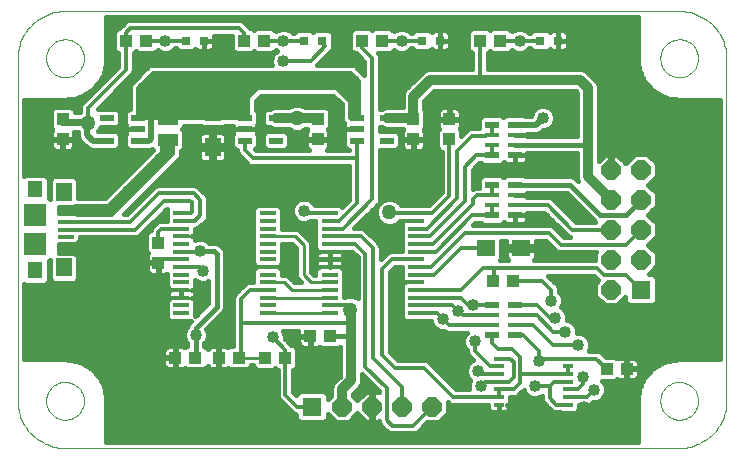
<source format=gtl>
G75*
G70*
%OFA0B0*%
%FSLAX24Y24*%
%IPPOS*%
%LPD*%
%AMOC8*
5,1,8,0,0,1.08239X$1,22.5*
%
%ADD10R,0.0394X0.0433*%
%ADD11R,0.0315X0.0315*%
%ADD12R,0.0433X0.0394*%
%ADD13R,0.0630X0.0551*%
%ADD14R,0.0701X0.0402*%
%ADD15R,0.0551X0.0630*%
%ADD16R,0.0354X0.0138*%
%ADD17R,0.0453X0.0173*%
%ADD18R,0.0453X0.0248*%
%ADD19R,0.0550X0.0137*%
%ADD20R,0.0472X0.0217*%
%ADD21R,0.0640X0.0640*%
%ADD22OC8,0.0640*%
%ADD23C,0.0000*%
%ADD24R,0.0512X0.0571*%
%ADD25R,0.0748X0.0748*%
%ADD26R,0.0531X0.0157*%
%ADD27C,0.0160*%
%ADD28C,0.0120*%
%ADD29C,0.0100*%
%ADD30C,0.0400*%
%ADD31C,0.0450*%
%ADD32C,0.0500*%
%ADD33C,0.0320*%
%ADD34C,0.0200*%
%ADD35C,0.0240*%
D10*
X012647Y007633D03*
X013317Y007633D03*
X009082Y010798D03*
X009082Y011467D03*
X005894Y014906D03*
X005894Y015576D03*
X007997Y018199D03*
X008666Y018199D03*
X011934Y018199D03*
X012603Y018199D03*
X015871Y018199D03*
X016540Y018199D03*
X019808Y018199D03*
X020477Y018199D03*
X018782Y015576D03*
X018782Y014906D03*
X017582Y014906D03*
X017582Y015576D03*
X014394Y015576D03*
X014394Y014906D03*
X020247Y010195D03*
X020917Y010195D03*
D11*
X021816Y018199D03*
X022406Y018199D03*
X018469Y018199D03*
X017879Y018199D03*
X014532Y018199D03*
X013942Y018199D03*
X010595Y018199D03*
X010005Y018199D03*
D12*
X014147Y008341D03*
X014817Y008341D03*
X011767Y007633D03*
X011097Y007633D03*
X010317Y007633D03*
X009647Y007633D03*
X024022Y007258D03*
X024692Y007258D03*
D13*
X021173Y011283D03*
X019992Y011283D03*
D14*
X009394Y014891D03*
X009394Y015591D03*
D15*
X010894Y015832D03*
X010894Y014651D03*
X005930Y013159D03*
X005930Y010640D03*
D16*
X020431Y007600D03*
X020431Y007344D03*
X020431Y007089D03*
X020431Y006833D03*
X020431Y006577D03*
X020431Y006321D03*
X020431Y006065D03*
X022734Y006065D03*
X022734Y006321D03*
X022734Y006577D03*
X022734Y006833D03*
X022734Y007089D03*
X022734Y007344D03*
X022734Y007600D03*
D17*
X020966Y008725D03*
X020966Y009040D03*
X020198Y009040D03*
X020198Y008725D03*
X020198Y012725D03*
X020198Y013040D03*
X020966Y013040D03*
X020966Y012725D03*
X020966Y014725D03*
X020966Y015040D03*
X020198Y015040D03*
X020198Y014725D03*
D18*
X020198Y014373D03*
X020966Y014373D03*
X020966Y015392D03*
X020198Y015392D03*
X020198Y013392D03*
X020966Y013392D03*
X020966Y012373D03*
X020198Y012373D03*
X020198Y009392D03*
X020966Y009392D03*
X020966Y008373D03*
X020198Y008373D03*
D19*
X017671Y009119D03*
X017671Y009375D03*
X017671Y009631D03*
X017671Y009887D03*
X017671Y010143D03*
X017671Y010399D03*
X017671Y010655D03*
X017671Y010911D03*
X017671Y011166D03*
X017671Y011422D03*
X017671Y011678D03*
X017671Y011934D03*
X017671Y012190D03*
X017671Y012446D03*
X014793Y012446D03*
X014793Y012190D03*
X014793Y011934D03*
X014793Y011678D03*
X014793Y011422D03*
X014793Y011166D03*
X014793Y010911D03*
X014793Y010655D03*
X014793Y010399D03*
X014793Y010143D03*
X014793Y009887D03*
X014793Y009631D03*
X014793Y009375D03*
X014793Y009119D03*
X012721Y009119D03*
X012721Y009375D03*
X012721Y009631D03*
X012721Y009887D03*
X012721Y010143D03*
X012721Y010399D03*
X012721Y010655D03*
X012721Y010911D03*
X012721Y011166D03*
X012721Y011422D03*
X012721Y011678D03*
X012721Y011934D03*
X012721Y012190D03*
X012721Y012446D03*
X009843Y012446D03*
X009843Y012190D03*
X009843Y011934D03*
X009843Y011678D03*
X009843Y011422D03*
X009843Y011166D03*
X009843Y010911D03*
X009843Y010655D03*
X009843Y010399D03*
X009843Y010143D03*
X009843Y009887D03*
X009843Y009631D03*
X009843Y009375D03*
X009843Y009119D03*
D20*
X008406Y014867D03*
X008406Y015241D03*
X008406Y015615D03*
X007383Y015615D03*
X007383Y014867D03*
X011970Y014867D03*
X011970Y015241D03*
X011970Y015615D03*
X012994Y015615D03*
X012994Y014867D03*
X015694Y014867D03*
X015694Y015241D03*
X015694Y015615D03*
X016717Y015615D03*
X016717Y014867D03*
D21*
X025170Y009900D03*
X014205Y005994D03*
D22*
X015205Y005994D03*
X016205Y005994D03*
X017205Y005994D03*
X018205Y005994D03*
X024170Y009900D03*
X024170Y010900D03*
X025170Y010900D03*
X025170Y011900D03*
X024170Y011900D03*
X024170Y012900D03*
X025170Y012900D03*
X025170Y013900D03*
X024170Y013900D03*
D23*
X026442Y004616D02*
X005969Y004616D01*
X005892Y004618D01*
X005815Y004624D01*
X005738Y004633D01*
X005662Y004646D01*
X005586Y004663D01*
X005512Y004684D01*
X005438Y004708D01*
X005366Y004736D01*
X005296Y004767D01*
X005227Y004802D01*
X005159Y004840D01*
X005094Y004881D01*
X005031Y004926D01*
X004970Y004974D01*
X004911Y005024D01*
X004855Y005077D01*
X004802Y005133D01*
X004752Y005192D01*
X004704Y005253D01*
X004659Y005316D01*
X004618Y005381D01*
X004580Y005449D01*
X004545Y005518D01*
X004514Y005588D01*
X004486Y005660D01*
X004462Y005734D01*
X004441Y005808D01*
X004424Y005884D01*
X004411Y005960D01*
X004402Y006037D01*
X004396Y006114D01*
X004394Y006191D01*
X004394Y017608D01*
X004396Y017685D01*
X004402Y017762D01*
X004411Y017839D01*
X004424Y017915D01*
X004441Y017991D01*
X004462Y018065D01*
X004486Y018139D01*
X004514Y018211D01*
X004545Y018281D01*
X004580Y018350D01*
X004618Y018418D01*
X004659Y018483D01*
X004704Y018546D01*
X004752Y018607D01*
X004802Y018666D01*
X004855Y018722D01*
X004911Y018775D01*
X004970Y018825D01*
X005031Y018873D01*
X005094Y018918D01*
X005159Y018959D01*
X005227Y018997D01*
X005296Y019032D01*
X005366Y019063D01*
X005438Y019091D01*
X005512Y019115D01*
X005586Y019136D01*
X005662Y019153D01*
X005738Y019166D01*
X005815Y019175D01*
X005892Y019181D01*
X005969Y019183D01*
X026442Y019183D01*
X026519Y019181D01*
X026596Y019175D01*
X026673Y019166D01*
X026749Y019153D01*
X026825Y019136D01*
X026899Y019115D01*
X026973Y019091D01*
X027045Y019063D01*
X027115Y019032D01*
X027184Y018997D01*
X027252Y018959D01*
X027317Y018918D01*
X027380Y018873D01*
X027441Y018825D01*
X027500Y018775D01*
X027556Y018722D01*
X027609Y018666D01*
X027659Y018607D01*
X027707Y018546D01*
X027752Y018483D01*
X027793Y018418D01*
X027831Y018350D01*
X027866Y018281D01*
X027897Y018211D01*
X027925Y018139D01*
X027949Y018065D01*
X027970Y017991D01*
X027987Y017915D01*
X028000Y017839D01*
X028009Y017762D01*
X028015Y017685D01*
X028017Y017608D01*
X028016Y017608D02*
X028016Y006191D01*
X028017Y006191D02*
X028015Y006114D01*
X028009Y006037D01*
X028000Y005960D01*
X027987Y005884D01*
X027970Y005808D01*
X027949Y005734D01*
X027925Y005660D01*
X027897Y005588D01*
X027866Y005518D01*
X027831Y005449D01*
X027793Y005381D01*
X027752Y005316D01*
X027707Y005253D01*
X027659Y005192D01*
X027609Y005133D01*
X027556Y005077D01*
X027500Y005024D01*
X027441Y004974D01*
X027380Y004926D01*
X027317Y004881D01*
X027252Y004840D01*
X027184Y004802D01*
X027115Y004767D01*
X027045Y004736D01*
X026973Y004708D01*
X026899Y004684D01*
X026825Y004663D01*
X026749Y004646D01*
X026673Y004633D01*
X026596Y004624D01*
X026519Y004618D01*
X026442Y004616D01*
X026519Y004618D01*
X026596Y004624D01*
X026673Y004633D01*
X026749Y004646D01*
X026825Y004663D01*
X026899Y004684D01*
X026973Y004708D01*
X027045Y004736D01*
X027115Y004767D01*
X027184Y004802D01*
X027252Y004840D01*
X027317Y004881D01*
X027380Y004926D01*
X027441Y004974D01*
X027500Y005024D01*
X027556Y005077D01*
X027609Y005133D01*
X027659Y005192D01*
X027707Y005253D01*
X027752Y005316D01*
X027793Y005381D01*
X027831Y005449D01*
X027866Y005518D01*
X027897Y005588D01*
X027925Y005660D01*
X027949Y005734D01*
X027970Y005808D01*
X027987Y005884D01*
X028000Y005960D01*
X028009Y006037D01*
X028015Y006114D01*
X028017Y006191D01*
X025812Y006191D02*
X025814Y006241D01*
X025820Y006291D01*
X025830Y006340D01*
X025844Y006388D01*
X025861Y006435D01*
X025882Y006480D01*
X025907Y006524D01*
X025935Y006565D01*
X025967Y006604D01*
X026001Y006641D01*
X026038Y006675D01*
X026078Y006705D01*
X026120Y006732D01*
X026164Y006756D01*
X026210Y006777D01*
X026257Y006793D01*
X026305Y006806D01*
X026355Y006815D01*
X026404Y006820D01*
X026455Y006821D01*
X026505Y006818D01*
X026554Y006811D01*
X026603Y006800D01*
X026651Y006785D01*
X026697Y006767D01*
X026742Y006745D01*
X026785Y006719D01*
X026826Y006690D01*
X026865Y006658D01*
X026901Y006623D01*
X026933Y006585D01*
X026963Y006545D01*
X026990Y006502D01*
X027013Y006458D01*
X027032Y006412D01*
X027048Y006364D01*
X027060Y006315D01*
X027068Y006266D01*
X027072Y006216D01*
X027072Y006166D01*
X027068Y006116D01*
X027060Y006067D01*
X027048Y006018D01*
X027032Y005970D01*
X027013Y005924D01*
X026990Y005880D01*
X026963Y005837D01*
X026933Y005797D01*
X026901Y005759D01*
X026865Y005724D01*
X026826Y005692D01*
X026785Y005663D01*
X026742Y005637D01*
X026697Y005615D01*
X026651Y005597D01*
X026603Y005582D01*
X026554Y005571D01*
X026505Y005564D01*
X026455Y005561D01*
X026404Y005562D01*
X026355Y005567D01*
X026305Y005576D01*
X026257Y005589D01*
X026210Y005605D01*
X026164Y005626D01*
X026120Y005650D01*
X026078Y005677D01*
X026038Y005707D01*
X026001Y005741D01*
X025967Y005778D01*
X025935Y005817D01*
X025907Y005858D01*
X025882Y005902D01*
X025861Y005947D01*
X025844Y005994D01*
X025830Y006042D01*
X025820Y006091D01*
X025814Y006141D01*
X025812Y006191D01*
X005969Y004616D02*
X005892Y004618D01*
X005815Y004624D01*
X005738Y004633D01*
X005662Y004646D01*
X005586Y004663D01*
X005512Y004684D01*
X005438Y004708D01*
X005366Y004736D01*
X005296Y004767D01*
X005227Y004802D01*
X005159Y004840D01*
X005094Y004881D01*
X005031Y004926D01*
X004970Y004974D01*
X004911Y005024D01*
X004855Y005077D01*
X004802Y005133D01*
X004752Y005192D01*
X004704Y005253D01*
X004659Y005316D01*
X004618Y005381D01*
X004580Y005449D01*
X004545Y005518D01*
X004514Y005588D01*
X004486Y005660D01*
X004462Y005734D01*
X004441Y005808D01*
X004424Y005884D01*
X004411Y005960D01*
X004402Y006037D01*
X004396Y006114D01*
X004394Y006191D01*
X005339Y006191D02*
X005341Y006241D01*
X005347Y006291D01*
X005357Y006340D01*
X005371Y006388D01*
X005388Y006435D01*
X005409Y006480D01*
X005434Y006524D01*
X005462Y006565D01*
X005494Y006604D01*
X005528Y006641D01*
X005565Y006675D01*
X005605Y006705D01*
X005647Y006732D01*
X005691Y006756D01*
X005737Y006777D01*
X005784Y006793D01*
X005832Y006806D01*
X005882Y006815D01*
X005931Y006820D01*
X005982Y006821D01*
X006032Y006818D01*
X006081Y006811D01*
X006130Y006800D01*
X006178Y006785D01*
X006224Y006767D01*
X006269Y006745D01*
X006312Y006719D01*
X006353Y006690D01*
X006392Y006658D01*
X006428Y006623D01*
X006460Y006585D01*
X006490Y006545D01*
X006517Y006502D01*
X006540Y006458D01*
X006559Y006412D01*
X006575Y006364D01*
X006587Y006315D01*
X006595Y006266D01*
X006599Y006216D01*
X006599Y006166D01*
X006595Y006116D01*
X006587Y006067D01*
X006575Y006018D01*
X006559Y005970D01*
X006540Y005924D01*
X006517Y005880D01*
X006490Y005837D01*
X006460Y005797D01*
X006428Y005759D01*
X006392Y005724D01*
X006353Y005692D01*
X006312Y005663D01*
X006269Y005637D01*
X006224Y005615D01*
X006178Y005597D01*
X006130Y005582D01*
X006081Y005571D01*
X006032Y005564D01*
X005982Y005561D01*
X005931Y005562D01*
X005882Y005567D01*
X005832Y005576D01*
X005784Y005589D01*
X005737Y005605D01*
X005691Y005626D01*
X005647Y005650D01*
X005605Y005677D01*
X005565Y005707D01*
X005528Y005741D01*
X005494Y005778D01*
X005462Y005817D01*
X005434Y005858D01*
X005409Y005902D01*
X005388Y005947D01*
X005371Y005994D01*
X005357Y006042D01*
X005347Y006091D01*
X005341Y006141D01*
X005339Y006191D01*
X004394Y017608D02*
X004396Y017685D01*
X004402Y017762D01*
X004411Y017839D01*
X004424Y017915D01*
X004441Y017991D01*
X004462Y018065D01*
X004486Y018139D01*
X004514Y018211D01*
X004545Y018281D01*
X004580Y018350D01*
X004618Y018418D01*
X004659Y018483D01*
X004704Y018546D01*
X004752Y018607D01*
X004802Y018666D01*
X004855Y018722D01*
X004911Y018775D01*
X004970Y018825D01*
X005031Y018873D01*
X005094Y018918D01*
X005159Y018959D01*
X005227Y018997D01*
X005296Y019032D01*
X005366Y019063D01*
X005438Y019091D01*
X005512Y019115D01*
X005586Y019136D01*
X005662Y019153D01*
X005738Y019166D01*
X005815Y019175D01*
X005892Y019181D01*
X005969Y019183D01*
X005339Y017608D02*
X005341Y017658D01*
X005347Y017708D01*
X005357Y017757D01*
X005371Y017805D01*
X005388Y017852D01*
X005409Y017897D01*
X005434Y017941D01*
X005462Y017982D01*
X005494Y018021D01*
X005528Y018058D01*
X005565Y018092D01*
X005605Y018122D01*
X005647Y018149D01*
X005691Y018173D01*
X005737Y018194D01*
X005784Y018210D01*
X005832Y018223D01*
X005882Y018232D01*
X005931Y018237D01*
X005982Y018238D01*
X006032Y018235D01*
X006081Y018228D01*
X006130Y018217D01*
X006178Y018202D01*
X006224Y018184D01*
X006269Y018162D01*
X006312Y018136D01*
X006353Y018107D01*
X006392Y018075D01*
X006428Y018040D01*
X006460Y018002D01*
X006490Y017962D01*
X006517Y017919D01*
X006540Y017875D01*
X006559Y017829D01*
X006575Y017781D01*
X006587Y017732D01*
X006595Y017683D01*
X006599Y017633D01*
X006599Y017583D01*
X006595Y017533D01*
X006587Y017484D01*
X006575Y017435D01*
X006559Y017387D01*
X006540Y017341D01*
X006517Y017297D01*
X006490Y017254D01*
X006460Y017214D01*
X006428Y017176D01*
X006392Y017141D01*
X006353Y017109D01*
X006312Y017080D01*
X006269Y017054D01*
X006224Y017032D01*
X006178Y017014D01*
X006130Y016999D01*
X006081Y016988D01*
X006032Y016981D01*
X005982Y016978D01*
X005931Y016979D01*
X005882Y016984D01*
X005832Y016993D01*
X005784Y017006D01*
X005737Y017022D01*
X005691Y017043D01*
X005647Y017067D01*
X005605Y017094D01*
X005565Y017124D01*
X005528Y017158D01*
X005494Y017195D01*
X005462Y017234D01*
X005434Y017275D01*
X005409Y017319D01*
X005388Y017364D01*
X005371Y017411D01*
X005357Y017459D01*
X005347Y017508D01*
X005341Y017558D01*
X005339Y017608D01*
X026442Y019183D02*
X026519Y019181D01*
X026596Y019175D01*
X026673Y019166D01*
X026749Y019153D01*
X026825Y019136D01*
X026899Y019115D01*
X026973Y019091D01*
X027045Y019063D01*
X027115Y019032D01*
X027184Y018997D01*
X027252Y018959D01*
X027317Y018918D01*
X027380Y018873D01*
X027441Y018825D01*
X027500Y018775D01*
X027556Y018722D01*
X027609Y018666D01*
X027659Y018607D01*
X027707Y018546D01*
X027752Y018483D01*
X027793Y018418D01*
X027831Y018350D01*
X027866Y018281D01*
X027897Y018211D01*
X027925Y018139D01*
X027949Y018065D01*
X027970Y017991D01*
X027987Y017915D01*
X028000Y017839D01*
X028009Y017762D01*
X028015Y017685D01*
X028017Y017608D01*
X025812Y017608D02*
X025814Y017658D01*
X025820Y017708D01*
X025830Y017757D01*
X025844Y017805D01*
X025861Y017852D01*
X025882Y017897D01*
X025907Y017941D01*
X025935Y017982D01*
X025967Y018021D01*
X026001Y018058D01*
X026038Y018092D01*
X026078Y018122D01*
X026120Y018149D01*
X026164Y018173D01*
X026210Y018194D01*
X026257Y018210D01*
X026305Y018223D01*
X026355Y018232D01*
X026404Y018237D01*
X026455Y018238D01*
X026505Y018235D01*
X026554Y018228D01*
X026603Y018217D01*
X026651Y018202D01*
X026697Y018184D01*
X026742Y018162D01*
X026785Y018136D01*
X026826Y018107D01*
X026865Y018075D01*
X026901Y018040D01*
X026933Y018002D01*
X026963Y017962D01*
X026990Y017919D01*
X027013Y017875D01*
X027032Y017829D01*
X027048Y017781D01*
X027060Y017732D01*
X027068Y017683D01*
X027072Y017633D01*
X027072Y017583D01*
X027068Y017533D01*
X027060Y017484D01*
X027048Y017435D01*
X027032Y017387D01*
X027013Y017341D01*
X026990Y017297D01*
X026963Y017254D01*
X026933Y017214D01*
X026901Y017176D01*
X026865Y017141D01*
X026826Y017109D01*
X026785Y017080D01*
X026742Y017054D01*
X026697Y017032D01*
X026651Y017014D01*
X026603Y016999D01*
X026554Y016988D01*
X026505Y016981D01*
X026455Y016978D01*
X026404Y016979D01*
X026355Y016984D01*
X026305Y016993D01*
X026257Y017006D01*
X026210Y017022D01*
X026164Y017043D01*
X026120Y017067D01*
X026078Y017094D01*
X026038Y017124D01*
X026001Y017158D01*
X025967Y017195D01*
X025935Y017234D01*
X025907Y017275D01*
X025882Y017319D01*
X025861Y017364D01*
X025844Y017411D01*
X025830Y017459D01*
X025820Y017508D01*
X025814Y017558D01*
X025812Y017608D01*
D24*
X004965Y013248D03*
X004965Y010551D03*
D25*
X004965Y011427D03*
X004965Y012372D03*
D26*
X006018Y012411D03*
X006018Y012155D03*
X006018Y011900D03*
X006018Y011644D03*
X006018Y011388D03*
D27*
X006389Y011387D02*
X006390Y011388D01*
X006464Y011388D01*
X006464Y011462D01*
X006484Y011482D01*
X006484Y011640D01*
X008251Y011640D01*
X008355Y011640D01*
X008450Y011679D01*
X009368Y012597D01*
X009368Y012295D01*
X009368Y012194D01*
X009235Y012194D01*
X009132Y012194D01*
X009036Y012155D01*
X008935Y012053D01*
X008862Y011980D01*
X008822Y011884D01*
X008802Y011884D01*
X008685Y011767D01*
X008685Y011168D01*
X008736Y011117D01*
X008718Y011084D01*
X008705Y011038D01*
X008705Y010816D01*
X009063Y010816D01*
X009063Y010779D01*
X008705Y010779D01*
X008705Y010558D01*
X008718Y010512D01*
X008741Y010471D01*
X008775Y010437D01*
X008816Y010414D01*
X008862Y010401D01*
X009064Y010401D01*
X009064Y010779D01*
X009101Y010779D01*
X009101Y010401D01*
X009303Y010401D01*
X009348Y010414D01*
X009368Y010425D01*
X009368Y010247D01*
X009368Y009991D01*
X009388Y009971D01*
X009388Y009887D01*
X009472Y009887D01*
X009473Y009887D01*
X009388Y009887D01*
X009388Y009795D01*
X009397Y009759D01*
X009388Y009723D01*
X009388Y009631D01*
X009388Y009546D01*
X009368Y009526D01*
X009368Y009224D01*
X009368Y008968D01*
X009485Y008851D01*
X010154Y008851D01*
X010095Y008791D01*
X010052Y008688D01*
X010052Y008668D01*
X009993Y008609D01*
X009932Y008462D01*
X009932Y008303D01*
X009993Y008156D01*
X010052Y008097D01*
X010052Y008029D01*
X010017Y008029D01*
X009966Y007978D01*
X009933Y007997D01*
X009888Y008009D01*
X009666Y008009D01*
X009666Y007651D01*
X009629Y007651D01*
X009629Y007614D01*
X009666Y007614D01*
X009666Y007256D01*
X009888Y007256D01*
X009933Y007268D01*
X009966Y007287D01*
X010017Y007236D01*
X010616Y007236D01*
X010725Y007345D01*
X010737Y007325D01*
X010770Y007292D01*
X010811Y007268D01*
X010857Y007256D01*
X011079Y007256D01*
X011079Y007614D01*
X011116Y007614D01*
X011116Y007256D01*
X011338Y007256D01*
X011383Y007268D01*
X011416Y007287D01*
X011467Y007236D01*
X012066Y007236D01*
X012183Y007353D01*
X012183Y007383D01*
X012251Y007383D01*
X012251Y007333D01*
X012368Y007216D01*
X012927Y007216D01*
X012982Y007271D01*
X013037Y007216D01*
X013057Y007216D01*
X013057Y006443D01*
X013057Y006340D01*
X013096Y006244D01*
X013494Y005847D01*
X013567Y005774D01*
X013663Y005734D01*
X013685Y005734D01*
X013685Y005591D01*
X013802Y005474D01*
X014608Y005474D01*
X014725Y005591D01*
X014725Y005739D01*
X014990Y005474D01*
X015421Y005474D01*
X015719Y005773D01*
X015998Y005494D01*
X016185Y005494D01*
X016185Y005974D01*
X016225Y005974D01*
X016225Y005494D01*
X016412Y005494D01*
X016434Y005515D01*
X016434Y005490D01*
X016473Y005394D01*
X016650Y005217D01*
X016723Y005144D01*
X016819Y005104D01*
X017524Y005104D01*
X017627Y005104D01*
X017723Y005144D01*
X018053Y005474D01*
X018421Y005474D01*
X018725Y005779D01*
X018725Y006138D01*
X018763Y006100D01*
X018858Y006061D01*
X020073Y006061D01*
X020073Y005972D01*
X020086Y005926D01*
X020109Y005885D01*
X020143Y005852D01*
X020184Y005828D01*
X020230Y005816D01*
X020430Y005816D01*
X020430Y006052D01*
X020431Y006052D01*
X020431Y005816D01*
X020631Y005816D01*
X020677Y005828D01*
X020718Y005852D01*
X020752Y005885D01*
X020775Y005926D01*
X020788Y005972D01*
X020788Y006065D01*
X020788Y006149D01*
X020808Y006169D01*
X020808Y006323D01*
X020984Y006323D01*
X021079Y006362D01*
X021153Y006435D01*
X021258Y006541D01*
X021293Y006456D01*
X021406Y006344D01*
X021553Y006283D01*
X021712Y006283D01*
X021859Y006344D01*
X021872Y006357D01*
X021872Y006231D01*
X021912Y006135D01*
X021985Y006062D01*
X022203Y005844D01*
X022298Y005805D01*
X022402Y005805D01*
X022465Y005805D01*
X022474Y005796D01*
X022994Y005796D01*
X023111Y005913D01*
X023111Y006061D01*
X023319Y006061D01*
X023422Y006061D01*
X023518Y006100D01*
X023581Y006164D01*
X023693Y006164D01*
X023840Y006225D01*
X023952Y006337D01*
X024013Y006484D01*
X024013Y006643D01*
X023952Y006790D01*
X023882Y006861D01*
X024322Y006861D01*
X024373Y006912D01*
X024406Y006893D01*
X024451Y006881D01*
X024673Y006881D01*
X024673Y007239D01*
X024710Y007239D01*
X024710Y006881D01*
X024932Y006881D01*
X024978Y006893D01*
X025019Y006917D01*
X025052Y006950D01*
X025076Y006991D01*
X025088Y007037D01*
X025088Y007239D01*
X024710Y007239D01*
X024710Y007276D01*
X024673Y007276D01*
X024673Y007634D01*
X024451Y007634D01*
X024406Y007622D01*
X024373Y007603D01*
X024322Y007654D01*
X023993Y007654D01*
X023827Y007821D01*
X023731Y007860D01*
X023628Y007860D01*
X023427Y007860D01*
X023476Y007978D01*
X023476Y008137D01*
X023415Y008284D01*
X023303Y008397D01*
X023156Y008458D01*
X023045Y008458D01*
X023045Y008575D01*
X022984Y008722D01*
X022871Y008834D01*
X022724Y008895D01*
X022701Y008895D01*
X022701Y009043D01*
X022640Y009190D01*
X022528Y009303D01*
X022519Y009306D01*
X022576Y009443D01*
X022576Y009602D01*
X022515Y009749D01*
X022436Y009828D01*
X022436Y009949D01*
X022396Y010045D01*
X022323Y010118D01*
X022084Y010356D01*
X023599Y010356D01*
X023705Y010250D01*
X023745Y010210D01*
X023650Y010115D01*
X023650Y009684D01*
X023955Y009380D01*
X024385Y009380D01*
X024650Y009644D01*
X024650Y009497D01*
X024767Y009380D01*
X025573Y009380D01*
X025690Y009497D01*
X025690Y010302D01*
X025573Y010419D01*
X025425Y010419D01*
X025690Y010684D01*
X025690Y011115D01*
X025405Y011399D01*
X025690Y011684D01*
X025690Y012115D01*
X025405Y012399D01*
X025690Y012684D01*
X025690Y013115D01*
X025405Y013399D01*
X025690Y013684D01*
X025690Y014115D01*
X025385Y014419D01*
X024955Y014419D01*
X024656Y014121D01*
X024377Y014399D01*
X024190Y014399D01*
X024190Y013920D01*
X024150Y013920D01*
X024150Y014399D01*
X023963Y014399D01*
X023754Y014191D01*
X023754Y014688D01*
X023754Y016688D01*
X023699Y016820D01*
X023598Y016921D01*
X023332Y017188D01*
X023199Y017243D01*
X023056Y017243D01*
X022004Y017243D01*
X020068Y017243D01*
X020068Y017782D01*
X020087Y017782D01*
X020142Y017837D01*
X020197Y017782D01*
X020757Y017782D01*
X020867Y017893D01*
X020900Y017860D01*
X021047Y017799D01*
X021206Y017799D01*
X021353Y017860D01*
X021432Y017939D01*
X021478Y017939D01*
X021575Y017841D01*
X022056Y017841D01*
X022125Y017910D01*
X022138Y017897D01*
X022179Y017874D01*
X022225Y017861D01*
X022406Y017861D01*
X022406Y018198D01*
X022406Y018198D01*
X022406Y017861D01*
X022587Y017861D01*
X022633Y017874D01*
X022674Y017897D01*
X022708Y017931D01*
X022731Y017972D01*
X022744Y018018D01*
X022744Y018199D01*
X022744Y018380D01*
X022731Y018426D01*
X022708Y018467D01*
X022674Y018500D01*
X022633Y018524D01*
X022587Y018536D01*
X022406Y018536D01*
X022225Y018536D01*
X022179Y018524D01*
X022138Y018500D01*
X022125Y018487D01*
X022056Y018556D01*
X021575Y018556D01*
X021478Y018459D01*
X021432Y018459D01*
X021353Y018538D01*
X021206Y018599D01*
X021047Y018599D01*
X020900Y018538D01*
X020867Y018505D01*
X020757Y018615D01*
X020197Y018615D01*
X020142Y018560D01*
X020087Y018615D01*
X019528Y018615D01*
X019411Y018498D01*
X019411Y017899D01*
X019528Y017782D01*
X019548Y017782D01*
X019548Y017243D01*
X018060Y017243D01*
X017928Y017188D01*
X017827Y017086D01*
X017378Y016638D01*
X017277Y016536D01*
X017222Y016404D01*
X017222Y015975D01*
X016646Y015975D01*
X016521Y015923D01*
X016465Y015923D01*
X016465Y017660D01*
X016426Y017755D01*
X016399Y017782D01*
X016820Y017782D01*
X016930Y017893D01*
X016963Y017860D01*
X017110Y017799D01*
X017269Y017799D01*
X017416Y017860D01*
X017495Y017939D01*
X017541Y017939D01*
X017638Y017841D01*
X018119Y017841D01*
X018188Y017910D01*
X018201Y017897D01*
X018242Y017874D01*
X018288Y017861D01*
X018469Y017861D01*
X018469Y018198D01*
X018469Y018198D01*
X018469Y017861D01*
X018650Y017861D01*
X018696Y017874D01*
X018737Y017897D01*
X018771Y017931D01*
X018794Y017972D01*
X018807Y018018D01*
X018807Y018199D01*
X018807Y018380D01*
X018794Y018426D01*
X018771Y018467D01*
X018737Y018500D01*
X018696Y018524D01*
X018650Y018536D01*
X018469Y018536D01*
X018288Y018536D01*
X018242Y018524D01*
X018201Y018500D01*
X018188Y018487D01*
X018119Y018556D01*
X017638Y018556D01*
X017541Y018459D01*
X017495Y018459D01*
X017416Y018538D01*
X017269Y018599D01*
X017110Y018599D01*
X016963Y018538D01*
X016930Y018505D01*
X016820Y018615D01*
X016260Y018615D01*
X016205Y018560D01*
X016150Y018615D01*
X015591Y018615D01*
X015474Y018498D01*
X015474Y017899D01*
X015591Y017782D01*
X015664Y017782D01*
X015945Y017500D01*
X015945Y017058D01*
X015740Y017263D01*
X015667Y017336D01*
X015571Y017376D01*
X014372Y017376D01*
X014379Y017382D01*
X014816Y017820D01*
X014837Y017834D01*
X014852Y017856D01*
X014871Y017874D01*
X014881Y017898D01*
X014895Y017920D01*
X014900Y017946D01*
X014910Y017970D01*
X014910Y017996D01*
X014915Y018021D01*
X014910Y018047D01*
X014910Y018073D01*
X014900Y018097D01*
X014895Y018123D01*
X014890Y018131D01*
X014890Y018439D01*
X014772Y018556D01*
X014292Y018556D01*
X014237Y018501D01*
X014182Y018556D01*
X013701Y018556D01*
X013604Y018459D01*
X013558Y018459D01*
X013479Y018538D01*
X013332Y018599D01*
X013173Y018599D01*
X013026Y018538D01*
X012993Y018505D01*
X012883Y018615D01*
X012323Y018615D01*
X012268Y018560D01*
X012213Y018615D01*
X012138Y018615D01*
X011917Y018836D01*
X011821Y018876D01*
X011718Y018876D01*
X008196Y018876D01*
X008093Y018876D01*
X007997Y018836D01*
X007776Y018616D01*
X007776Y018615D01*
X007717Y018615D01*
X007600Y018498D01*
X007600Y017899D01*
X007717Y017782D01*
X007737Y017782D01*
X007737Y017326D01*
X006512Y016101D01*
X006472Y016006D01*
X006472Y015902D01*
X006472Y015834D01*
X006442Y015804D01*
X006291Y015804D01*
X006291Y015875D01*
X006174Y015992D01*
X005615Y015992D01*
X005497Y015875D01*
X005497Y015276D01*
X005549Y015225D01*
X005530Y015192D01*
X005517Y015147D01*
X005517Y014925D01*
X005876Y014925D01*
X005876Y014888D01*
X005913Y014888D01*
X005913Y014925D01*
X006271Y014925D01*
X006271Y015147D01*
X006267Y015164D01*
X006390Y015164D01*
X006407Y015146D01*
X006407Y014994D01*
X006453Y014884D01*
X006537Y014799D01*
X006723Y014613D01*
X006834Y014567D01*
X006953Y014567D01*
X007055Y014567D01*
X007063Y014559D01*
X007702Y014559D01*
X007819Y014676D01*
X007819Y015058D01*
X007702Y015175D01*
X007086Y015175D01*
X007114Y015203D01*
X007157Y015307D01*
X007702Y015307D01*
X007819Y015424D01*
X007819Y015806D01*
X007702Y015923D01*
X007069Y015923D01*
X008217Y017071D01*
X008257Y017167D01*
X008257Y017270D01*
X008257Y017782D01*
X008276Y017782D01*
X008331Y017837D01*
X008386Y017782D01*
X008946Y017782D01*
X009056Y017893D01*
X009089Y017860D01*
X009236Y017799D01*
X009395Y017799D01*
X009542Y017860D01*
X009621Y017939D01*
X009667Y017939D01*
X009764Y017841D01*
X010245Y017841D01*
X010314Y017910D01*
X010327Y017897D01*
X010368Y017874D01*
X010414Y017861D01*
X010595Y017861D01*
X010595Y018198D01*
X010595Y018198D01*
X010595Y017861D01*
X010776Y017861D01*
X010822Y017874D01*
X010863Y017897D01*
X010897Y017931D01*
X010920Y017972D01*
X010933Y018018D01*
X010933Y018199D01*
X010933Y018356D01*
X011537Y018356D01*
X011537Y017899D01*
X011654Y017782D01*
X012213Y017782D01*
X012268Y017837D01*
X012323Y017782D01*
X012883Y017782D01*
X012993Y017893D01*
X013022Y017864D01*
X012914Y017756D01*
X012853Y017609D01*
X012853Y017450D01*
X012883Y017376D01*
X008946Y017376D01*
X008843Y017376D01*
X008747Y017336D01*
X008174Y016763D01*
X008134Y016668D01*
X008134Y016564D01*
X008134Y015923D01*
X008087Y015923D01*
X007970Y015806D01*
X007970Y015424D01*
X007996Y015397D01*
X007792Y015397D01*
X007819Y015556D02*
X007970Y015556D01*
X007970Y015714D02*
X007819Y015714D01*
X007752Y015873D02*
X008036Y015873D01*
X008134Y016031D02*
X007177Y016031D01*
X007336Y016190D02*
X008134Y016190D01*
X008134Y016348D02*
X007494Y016348D01*
X007653Y016507D02*
X008134Y016507D01*
X008134Y016665D02*
X007811Y016665D01*
X007970Y016824D02*
X008234Y016824D01*
X008128Y016982D02*
X008393Y016982D01*
X008246Y017141D02*
X008552Y017141D01*
X008710Y017300D02*
X008257Y017300D01*
X008257Y017458D02*
X012853Y017458D01*
X012856Y017617D02*
X008257Y017617D01*
X008257Y017775D02*
X012933Y017775D01*
X012930Y018568D02*
X013099Y018568D01*
X013407Y018568D02*
X015544Y018568D01*
X015474Y018409D02*
X014890Y018409D01*
X014890Y018251D02*
X015474Y018251D01*
X015474Y018092D02*
X014902Y018092D01*
X014898Y017934D02*
X015474Y017934D01*
X015671Y017775D02*
X014771Y017775D01*
X014613Y017617D02*
X015829Y017617D01*
X015945Y017458D02*
X014454Y017458D01*
X014379Y017382D02*
X014379Y017382D01*
X015704Y017300D02*
X015945Y017300D01*
X015945Y017141D02*
X015862Y017141D01*
X016465Y017141D02*
X017881Y017141D01*
X017827Y017086D02*
X017827Y017086D01*
X017723Y016982D02*
X016465Y016982D01*
X016465Y016824D02*
X017564Y016824D01*
X017406Y016665D02*
X016465Y016665D01*
X016465Y016507D02*
X017265Y016507D01*
X017222Y016348D02*
X016465Y016348D01*
X016465Y016190D02*
X017222Y016190D01*
X017222Y016031D02*
X016465Y016031D01*
X016465Y015307D02*
X016521Y015307D01*
X016646Y015255D01*
X017206Y015255D01*
X017236Y015225D01*
X017218Y015192D01*
X017205Y015147D01*
X017205Y014925D01*
X017563Y014925D01*
X017563Y014888D01*
X017205Y014888D01*
X017205Y014666D01*
X017218Y014620D01*
X017241Y014579D01*
X017275Y014546D01*
X017316Y014522D01*
X017362Y014510D01*
X017564Y014510D01*
X017564Y014888D01*
X017601Y014888D01*
X017601Y014925D01*
X017959Y014925D01*
X017959Y015147D01*
X017947Y015192D01*
X017928Y015225D01*
X017979Y015276D01*
X017979Y015875D01*
X017942Y015912D01*
X017942Y016184D01*
X018281Y016523D01*
X019638Y016523D01*
X022004Y016523D01*
X022979Y016523D01*
X023034Y016467D01*
X023034Y015005D01*
X021372Y015005D01*
X021372Y015040D01*
X020966Y015040D01*
X020966Y015040D01*
X021372Y015040D01*
X021372Y015092D01*
X021611Y015092D01*
X021730Y015092D01*
X021841Y015138D01*
X021919Y015216D01*
X021974Y015216D01*
X022121Y015277D01*
X022233Y015389D01*
X022294Y015536D01*
X022294Y015696D01*
X022233Y015843D01*
X022121Y015955D01*
X021974Y016016D01*
X021815Y016016D01*
X021668Y015955D01*
X021555Y015843D01*
X021494Y015696D01*
X021494Y015692D01*
X021299Y015692D01*
X021275Y015716D01*
X020657Y015716D01*
X020582Y015642D01*
X020507Y015716D01*
X019889Y015716D01*
X019772Y015599D01*
X019772Y015289D01*
X019495Y015289D01*
X019400Y015249D01*
X019326Y015176D01*
X019179Y015028D01*
X019179Y015206D01*
X019128Y015257D01*
X019147Y015290D01*
X019159Y015335D01*
X019159Y015557D01*
X018801Y015557D01*
X018801Y015594D01*
X019159Y015594D01*
X019159Y015816D01*
X019147Y015862D01*
X019123Y015903D01*
X019089Y015936D01*
X019048Y015960D01*
X019003Y015972D01*
X018801Y015972D01*
X018801Y015594D01*
X018764Y015594D01*
X018764Y015972D01*
X018562Y015972D01*
X018516Y015960D01*
X018475Y015936D01*
X018441Y015903D01*
X018418Y015862D01*
X018405Y015816D01*
X018405Y015594D01*
X018763Y015594D01*
X018763Y015557D01*
X018405Y015557D01*
X018405Y015335D01*
X018418Y015290D01*
X018436Y015257D01*
X018385Y015206D01*
X018385Y014607D01*
X018502Y014490D01*
X018522Y014490D01*
X018522Y013140D01*
X018088Y012706D01*
X018038Y012706D01*
X018029Y012714D01*
X017314Y012714D01*
X017305Y012706D01*
X017177Y012706D01*
X017164Y012737D01*
X017037Y012864D01*
X016872Y012933D01*
X016693Y012933D01*
X016527Y012864D01*
X016429Y012765D01*
X016465Y012854D01*
X016465Y012958D01*
X016465Y014559D01*
X017036Y014559D01*
X017153Y014676D01*
X017153Y015058D01*
X017036Y015175D01*
X016465Y015175D01*
X016465Y015307D01*
X016465Y015238D02*
X017223Y015238D01*
X017205Y015080D02*
X017132Y015080D01*
X017153Y014921D02*
X017563Y014921D01*
X017601Y014921D02*
X018385Y014921D01*
X018385Y014763D02*
X017959Y014763D01*
X017959Y014666D02*
X017959Y014888D01*
X017601Y014888D01*
X017601Y014510D01*
X017803Y014510D01*
X017848Y014522D01*
X017889Y014546D01*
X017923Y014579D01*
X017947Y014620D01*
X017959Y014666D01*
X017937Y014604D02*
X018388Y014604D01*
X018522Y014446D02*
X016465Y014446D01*
X016465Y014287D02*
X018522Y014287D01*
X018522Y014129D02*
X016465Y014129D01*
X016465Y013970D02*
X018522Y013970D01*
X018522Y013812D02*
X016465Y013812D01*
X016465Y013653D02*
X018522Y013653D01*
X018522Y013494D02*
X016465Y013494D01*
X016465Y013336D02*
X018522Y013336D01*
X018522Y013177D02*
X016465Y013177D01*
X016465Y013019D02*
X018401Y013019D01*
X018242Y012860D02*
X017041Y012860D01*
X016524Y012860D02*
X016465Y012860D01*
X016398Y012731D02*
X016332Y012572D01*
X016332Y012393D01*
X016401Y012228D01*
X016527Y012101D01*
X016693Y012033D01*
X016872Y012033D01*
X017037Y012101D01*
X017122Y012186D01*
X017216Y012186D01*
X017216Y012106D01*
X017196Y012086D01*
X017196Y011830D01*
X017196Y011574D01*
X017196Y011318D01*
X017196Y011171D01*
X016912Y011171D01*
X016808Y011171D01*
X016713Y011131D01*
X016492Y010910D01*
X016492Y011334D01*
X016453Y011430D01*
X016379Y011503D01*
X015984Y011899D01*
X015888Y011938D01*
X015785Y011938D01*
X015605Y011938D01*
X016398Y012731D01*
X016386Y012702D02*
X016369Y012702D01*
X016332Y012543D02*
X016210Y012543D01*
X016336Y012385D02*
X016052Y012385D01*
X015893Y012226D02*
X016402Y012226D01*
X016608Y012068D02*
X015735Y012068D01*
X015959Y011909D02*
X017196Y011909D01*
X017196Y011751D02*
X016132Y011751D01*
X016290Y011592D02*
X017196Y011592D01*
X017196Y011433D02*
X016449Y011433D01*
X016492Y011275D02*
X017196Y011275D01*
X016698Y011116D02*
X016492Y011116D01*
X016492Y010958D02*
X016540Y010958D01*
X016958Y010641D02*
X017196Y010641D01*
X017196Y010651D02*
X017196Y010503D01*
X017196Y010247D01*
X017216Y010227D01*
X017216Y010143D01*
X017301Y010143D01*
X017301Y010143D01*
X017301Y010143D01*
X017216Y010143D01*
X017216Y010058D01*
X017196Y010038D01*
X017196Y009782D01*
X017196Y009526D01*
X017196Y009271D01*
X017196Y008968D01*
X017314Y008851D01*
X018029Y008851D01*
X018038Y008859D01*
X018154Y008859D01*
X018154Y008852D01*
X018215Y008705D01*
X018327Y008593D01*
X018474Y008532D01*
X018586Y008532D01*
X018613Y008505D01*
X018709Y008465D01*
X018812Y008465D01*
X019365Y008465D01*
X019305Y008405D01*
X019244Y008258D01*
X019244Y008099D01*
X019305Y007952D01*
X019384Y007873D01*
X019384Y007783D01*
X019424Y007688D01*
X019497Y007614D01*
X019560Y007552D01*
X019565Y007546D01*
X019506Y007522D01*
X019393Y007409D01*
X019332Y007262D01*
X019332Y007103D01*
X019393Y006956D01*
X019477Y006872D01*
X019432Y006762D01*
X019432Y006603D01*
X019441Y006581D01*
X019018Y006581D01*
X018085Y007514D01*
X017989Y007553D01*
X017886Y007553D01*
X017062Y007553D01*
X016792Y007823D01*
X016792Y010475D01*
X016968Y010651D01*
X017196Y010651D01*
X017196Y010482D02*
X016799Y010482D01*
X016792Y010324D02*
X017196Y010324D01*
X017216Y010165D02*
X016792Y010165D01*
X016792Y010007D02*
X017196Y010007D01*
X017196Y009848D02*
X016792Y009848D01*
X016792Y009689D02*
X017196Y009689D01*
X017196Y009531D02*
X016792Y009531D01*
X016792Y009372D02*
X017196Y009372D01*
X017196Y009214D02*
X016792Y009214D01*
X016792Y009055D02*
X017196Y009055D01*
X017268Y008897D02*
X016792Y008897D01*
X016792Y008738D02*
X018201Y008738D01*
X018359Y008580D02*
X016792Y008580D01*
X016792Y008421D02*
X019321Y008421D01*
X019246Y008263D02*
X016792Y008263D01*
X016792Y008104D02*
X019244Y008104D01*
X019312Y007945D02*
X016792Y007945D01*
X016829Y007787D02*
X019384Y007787D01*
X019483Y007628D02*
X016987Y007628D01*
X015868Y007073D02*
X016434Y006507D01*
X016434Y006473D01*
X016412Y006494D01*
X016225Y006494D01*
X016225Y006014D01*
X016185Y006014D01*
X016185Y006494D01*
X015998Y006494D01*
X015719Y006215D01*
X015565Y006369D01*
X015565Y006420D01*
X015813Y006668D01*
X015868Y006800D01*
X015868Y006943D01*
X015868Y007073D01*
X015868Y006994D02*
X015946Y006994D01*
X015868Y006836D02*
X016105Y006836D01*
X016264Y006677D02*
X015817Y006677D01*
X015664Y006519D02*
X016422Y006519D01*
X016225Y006360D02*
X016185Y006360D01*
X016185Y006201D02*
X016225Y006201D01*
X016225Y006043D02*
X016185Y006043D01*
X016185Y005884D02*
X016225Y005884D01*
X016225Y005726D02*
X016185Y005726D01*
X016185Y005567D02*
X016225Y005567D01*
X016467Y005409D02*
X007350Y005409D01*
X007350Y005567D02*
X013709Y005567D01*
X013685Y005726D02*
X007350Y005726D01*
X007350Y005884D02*
X013456Y005884D01*
X013298Y006043D02*
X007350Y006043D01*
X007350Y006116D02*
X007356Y006122D01*
X007350Y006198D01*
X007350Y006274D01*
X007344Y006280D01*
X007342Y006307D01*
X007351Y006320D01*
X007337Y006387D01*
X007332Y006456D01*
X007319Y006466D01*
X007312Y006501D01*
X007319Y006516D01*
X007295Y006580D01*
X007280Y006647D01*
X007266Y006656D01*
X007254Y006689D01*
X007259Y006705D01*
X007226Y006765D01*
X007202Y006829D01*
X007187Y006836D01*
X007170Y006867D01*
X007172Y006883D01*
X007131Y006938D01*
X007099Y006998D01*
X007083Y007002D01*
X007062Y007031D01*
X007062Y007047D01*
X007013Y007096D01*
X006972Y007150D01*
X006956Y007153D01*
X006931Y007178D01*
X006929Y007194D01*
X006874Y007235D01*
X006825Y007283D01*
X006809Y007283D01*
X006781Y007305D01*
X006776Y007320D01*
X006716Y007353D01*
X006661Y007394D01*
X006645Y007392D01*
X006614Y007409D01*
X006607Y007424D01*
X006543Y007448D01*
X006483Y007480D01*
X006467Y007476D01*
X006434Y007488D01*
X006425Y007502D01*
X006358Y007516D01*
X006294Y007540D01*
X006279Y007534D01*
X006245Y007541D01*
X006234Y007554D01*
X006166Y007558D01*
X006099Y007573D01*
X006085Y007564D01*
X006058Y007566D01*
X006052Y007572D01*
X005976Y007572D01*
X005901Y007577D01*
X005895Y007572D01*
X004594Y007572D01*
X004594Y010098D01*
X004626Y010066D01*
X005304Y010066D01*
X005421Y010183D01*
X005421Y010853D01*
X005422Y010853D01*
X005454Y010885D01*
X005454Y010242D01*
X005571Y010125D01*
X006288Y010125D01*
X006405Y010242D01*
X006405Y011037D01*
X006313Y011130D01*
X006354Y011141D01*
X006395Y011165D01*
X006428Y011198D01*
X006452Y011239D01*
X006464Y011285D01*
X006464Y011387D01*
X006389Y011387D01*
X006464Y011433D02*
X008685Y011433D01*
X008685Y011275D02*
X006461Y011275D01*
X006326Y011116D02*
X008736Y011116D01*
X008705Y010958D02*
X006405Y010958D01*
X006405Y010799D02*
X009063Y010799D01*
X009064Y010641D02*
X009101Y010641D01*
X009101Y010482D02*
X009064Y010482D01*
X008735Y010482D02*
X006405Y010482D01*
X006405Y010324D02*
X009368Y010324D01*
X009368Y010165D02*
X006329Y010165D01*
X006405Y010641D02*
X008705Y010641D01*
X009368Y010007D02*
X004594Y010007D01*
X004594Y009848D02*
X009388Y009848D01*
X009388Y009689D02*
X004594Y009689D01*
X004594Y009531D02*
X009372Y009531D01*
X009388Y009631D02*
X009472Y009631D01*
X009473Y009631D01*
X009388Y009631D01*
X009843Y009644D02*
X009843Y009874D01*
X009843Y009644D01*
X009843Y009644D01*
X009843Y009689D02*
X009843Y009689D01*
X009843Y009848D02*
X009843Y009848D01*
X009843Y009874D02*
X009843Y009874D01*
X010213Y009887D02*
X010213Y009887D01*
X010298Y009887D01*
X010298Y009971D01*
X010318Y009991D01*
X010318Y010231D01*
X010356Y010194D01*
X010503Y010133D01*
X010662Y010133D01*
X010752Y010170D01*
X010752Y009449D01*
X010318Y009014D01*
X010318Y009224D01*
X010318Y009526D01*
X010298Y009546D01*
X010298Y009631D01*
X010298Y009723D01*
X010288Y009759D01*
X010298Y009795D01*
X010298Y009887D01*
X010213Y009887D01*
X010298Y009848D02*
X010752Y009848D01*
X010752Y010007D02*
X010318Y010007D01*
X010318Y010165D02*
X010424Y010165D01*
X010740Y010165D02*
X010752Y010165D01*
X010752Y009689D02*
X010298Y009689D01*
X010298Y009631D02*
X010213Y009631D01*
X010213Y009631D01*
X010298Y009631D01*
X010313Y009531D02*
X010752Y009531D01*
X010676Y009372D02*
X010318Y009372D01*
X010318Y009214D02*
X010517Y009214D01*
X010359Y009055D02*
X010318Y009055D01*
X010073Y008738D02*
X004594Y008738D01*
X004594Y008580D02*
X009981Y008580D01*
X009932Y008421D02*
X004594Y008421D01*
X004594Y008263D02*
X009949Y008263D01*
X010045Y008104D02*
X004594Y008104D01*
X004594Y007945D02*
X009292Y007945D01*
X009287Y007940D02*
X009263Y007899D01*
X009251Y007853D01*
X009251Y007651D01*
X009629Y007651D01*
X009629Y008009D01*
X009407Y008009D01*
X009361Y007997D01*
X009320Y007973D01*
X009287Y007940D01*
X009251Y007787D02*
X004594Y007787D01*
X004594Y007628D02*
X009629Y007628D01*
X009629Y007614D02*
X009251Y007614D01*
X009251Y007412D01*
X009263Y007366D01*
X009287Y007325D01*
X009320Y007292D01*
X009361Y007268D01*
X009407Y007256D01*
X009629Y007256D01*
X009629Y007614D01*
X009629Y007470D02*
X009666Y007470D01*
X009666Y007311D02*
X009629Y007311D01*
X009301Y007311D02*
X006779Y007311D01*
X006956Y007153D02*
X013057Y007153D01*
X013057Y006994D02*
X007101Y006994D01*
X007187Y006836D02*
X013057Y006836D01*
X013057Y006677D02*
X007259Y006677D01*
X007318Y006519D02*
X013057Y006519D01*
X013057Y006360D02*
X007343Y006360D01*
X007350Y006201D02*
X013139Y006201D01*
X013577Y006499D02*
X013577Y007216D01*
X013596Y007216D01*
X013714Y007333D01*
X013714Y007932D01*
X013596Y008049D01*
X013516Y008049D01*
X013294Y008271D01*
X013294Y008383D01*
X013238Y008519D01*
X013751Y008519D01*
X013751Y008360D01*
X014129Y008360D01*
X014129Y008323D01*
X013751Y008323D01*
X013751Y008121D01*
X013763Y008075D01*
X013787Y008034D01*
X013820Y008000D01*
X013861Y007977D01*
X013907Y007964D01*
X014129Y007964D01*
X014129Y008323D01*
X014166Y008323D01*
X014166Y007964D01*
X014388Y007964D01*
X014433Y007977D01*
X014466Y007996D01*
X014517Y007944D01*
X015116Y007944D01*
X015148Y007976D01*
X015148Y007021D01*
X014900Y006773D01*
X014845Y006640D01*
X014845Y006497D01*
X014845Y006369D01*
X014725Y006249D01*
X014725Y006397D01*
X014608Y006514D01*
X013802Y006514D01*
X013685Y006397D01*
X013685Y006391D01*
X013577Y006499D01*
X013577Y006519D02*
X014845Y006519D01*
X014861Y006677D02*
X013577Y006677D01*
X013577Y006836D02*
X014963Y006836D01*
X015122Y006994D02*
X013577Y006994D01*
X013577Y007153D02*
X015148Y007153D01*
X015148Y007311D02*
X013692Y007311D01*
X013714Y007470D02*
X015148Y007470D01*
X015148Y007628D02*
X013714Y007628D01*
X013714Y007787D02*
X015148Y007787D01*
X015148Y007945D02*
X015117Y007945D01*
X014817Y008341D02*
X015458Y008341D01*
X015508Y008291D01*
X014516Y007945D02*
X013700Y007945D01*
X013755Y008104D02*
X013462Y008104D01*
X013303Y008263D02*
X013751Y008263D01*
X013751Y008421D02*
X013279Y008421D01*
X014129Y008263D02*
X014166Y008263D01*
X014166Y008104D02*
X014129Y008104D01*
X012273Y007311D02*
X012142Y007311D01*
X011572Y008029D02*
X011467Y008029D01*
X011416Y007978D01*
X011383Y007997D01*
X011338Y008009D01*
X011116Y008009D01*
X011116Y007651D01*
X011079Y007651D01*
X011079Y008009D01*
X010857Y008009D01*
X010811Y007997D01*
X010770Y007973D01*
X010737Y007940D01*
X010725Y007920D01*
X010616Y008029D01*
X010612Y008029D01*
X010612Y008097D01*
X010671Y008156D01*
X010732Y008303D01*
X010732Y008462D01*
X010681Y008586D01*
X011269Y009174D01*
X011312Y009277D01*
X011312Y009388D01*
X011312Y011027D01*
X011312Y011138D01*
X011269Y011241D01*
X011091Y011420D01*
X010988Y011463D01*
X010876Y011463D01*
X010768Y011463D01*
X010709Y011522D01*
X010562Y011583D01*
X010403Y011583D01*
X010318Y011547D01*
X010318Y011574D01*
X010298Y011594D01*
X010298Y011678D01*
X010213Y011678D01*
X010213Y011678D01*
X010213Y011678D01*
X010298Y011678D01*
X010298Y011763D01*
X010318Y011783D01*
X010318Y011930D01*
X010350Y011930D01*
X010446Y011970D01*
X010624Y012148D01*
X010697Y012221D01*
X010737Y012317D01*
X010737Y012839D01*
X010737Y012943D01*
X010697Y013038D01*
X010475Y013261D01*
X010402Y013334D01*
X010306Y013374D01*
X009151Y013374D01*
X009048Y013374D01*
X008952Y013334D01*
X008033Y012415D01*
X007936Y012415D01*
X009802Y014281D01*
X009842Y014377D01*
X009842Y014480D01*
X009842Y014504D01*
X009945Y014607D01*
X009945Y015174D01*
X009878Y015241D01*
X009945Y015308D01*
X009945Y015356D01*
X010496Y015356D01*
X010536Y015317D01*
X011253Y015317D01*
X011292Y015356D01*
X011554Y015356D01*
X011554Y015241D01*
X011554Y015109D01*
X011561Y015085D01*
X011534Y015058D01*
X011534Y014676D01*
X011651Y014559D01*
X011710Y014559D01*
X011710Y014493D01*
X011750Y014397D01*
X011823Y014324D01*
X012012Y014135D01*
X012085Y014062D01*
X012180Y014023D01*
X015434Y014023D01*
X015434Y012877D01*
X015211Y012654D01*
X015151Y012714D01*
X014435Y012714D01*
X014426Y012706D01*
X014293Y012706D01*
X014271Y012759D01*
X014159Y012872D01*
X014012Y012933D01*
X013853Y012933D01*
X013706Y012872D01*
X013593Y012759D01*
X013532Y012612D01*
X013532Y012453D01*
X013593Y012306D01*
X013706Y012194D01*
X013853Y012133D01*
X014012Y012133D01*
X014141Y012186D01*
X014318Y012186D01*
X014318Y012086D01*
X014318Y011830D01*
X014318Y011574D01*
X014318Y011271D01*
X014338Y011251D01*
X014338Y011167D01*
X014422Y011167D01*
X014423Y011166D01*
X014338Y011166D01*
X014338Y011074D01*
X014347Y011039D01*
X014338Y011003D01*
X014338Y010911D01*
X014792Y010911D01*
X014792Y010910D01*
X014338Y010910D01*
X014338Y010818D01*
X014347Y010783D01*
X014338Y010747D01*
X014338Y010655D01*
X014423Y010655D01*
X014422Y010654D01*
X014338Y010654D01*
X014338Y010570D01*
X014318Y010550D01*
X014318Y010393D01*
X014275Y010393D01*
X014182Y010486D01*
X014182Y011432D01*
X014144Y011524D01*
X014074Y011594D01*
X013778Y011890D01*
X013686Y011928D01*
X013587Y011928D01*
X013196Y011928D01*
X013196Y012039D01*
X013196Y012341D01*
X013196Y012597D01*
X013079Y012714D01*
X012364Y012714D01*
X012246Y012597D01*
X012246Y012341D01*
X012246Y012039D01*
X012246Y011783D01*
X012246Y011527D01*
X012246Y011271D01*
X012246Y011015D01*
X012246Y010759D01*
X012266Y010739D01*
X012266Y010655D01*
X012351Y010655D01*
X012351Y010655D01*
X012351Y010654D01*
X012266Y010654D01*
X012266Y010570D01*
X012246Y010550D01*
X012246Y010247D01*
X012246Y010147D01*
X012188Y010147D01*
X012085Y010147D01*
X011989Y010107D01*
X011685Y009803D01*
X011612Y009730D01*
X011572Y009634D01*
X011572Y008728D01*
X011572Y008029D01*
X011572Y008104D02*
X010619Y008104D01*
X010700Y007945D02*
X010742Y007945D01*
X010715Y008263D02*
X011572Y008263D01*
X011572Y008421D02*
X010732Y008421D01*
X010683Y008580D02*
X011572Y008580D01*
X011572Y008738D02*
X010834Y008738D01*
X010992Y008897D02*
X011572Y008897D01*
X011572Y009055D02*
X011151Y009055D01*
X011286Y009214D02*
X011572Y009214D01*
X011572Y009372D02*
X011312Y009372D01*
X011312Y009531D02*
X011572Y009531D01*
X011595Y009689D02*
X011312Y009689D01*
X011312Y009848D02*
X011730Y009848D01*
X011888Y010007D02*
X011312Y010007D01*
X011312Y010165D02*
X012246Y010165D01*
X012246Y010324D02*
X011312Y010324D01*
X011312Y010482D02*
X012246Y010482D01*
X012266Y010641D02*
X011312Y010641D01*
X011312Y010799D02*
X012246Y010799D01*
X012246Y010958D02*
X011312Y010958D01*
X011312Y011116D02*
X012246Y011116D01*
X012246Y011275D02*
X011236Y011275D01*
X011058Y011433D02*
X012246Y011433D01*
X012246Y011592D02*
X010299Y011592D01*
X010298Y011751D02*
X012246Y011751D01*
X012246Y011909D02*
X010318Y011909D01*
X010544Y012068D02*
X012246Y012068D01*
X012246Y012226D02*
X010699Y012226D01*
X010737Y012385D02*
X012246Y012385D01*
X012246Y012543D02*
X010737Y012543D01*
X010737Y012702D02*
X012351Y012702D01*
X013092Y012702D02*
X013569Y012702D01*
X013532Y012543D02*
X013196Y012543D01*
X013196Y012385D02*
X013560Y012385D01*
X013673Y012226D02*
X013196Y012226D01*
X013196Y012068D02*
X014318Y012068D01*
X014318Y011909D02*
X013732Y011909D01*
X013918Y011751D02*
X014318Y011751D01*
X014318Y011592D02*
X014076Y011592D01*
X014182Y011433D02*
X014318Y011433D01*
X014318Y011275D02*
X014182Y011275D01*
X014182Y011116D02*
X014338Y011116D01*
X014338Y010958D02*
X014182Y010958D01*
X014182Y010799D02*
X014343Y010799D01*
X014338Y010641D02*
X014182Y010641D01*
X014186Y010482D02*
X014318Y010482D01*
X014793Y010667D02*
X014793Y010903D01*
X014793Y010667D01*
X014793Y010667D01*
X014793Y010799D02*
X014793Y010799D01*
X014793Y010903D02*
X014793Y010910D01*
X014793Y010910D01*
X014793Y010911D01*
X014793Y010911D01*
X014793Y011154D01*
X014793Y011154D01*
X014793Y010911D01*
X015248Y010911D01*
X015248Y011003D01*
X015238Y011039D01*
X015248Y011074D01*
X015248Y011162D01*
X015535Y011162D01*
X015722Y010975D01*
X015722Y009620D01*
X015572Y009683D01*
X015393Y009683D01*
X015278Y009635D01*
X015268Y009635D01*
X015268Y009782D01*
X015268Y010038D01*
X015268Y010294D01*
X015268Y010550D01*
X015248Y010570D01*
X015248Y010654D01*
X015163Y010654D01*
X015163Y010655D01*
X015248Y010655D01*
X015248Y010747D01*
X015238Y010783D01*
X015248Y010818D01*
X015248Y010910D01*
X014793Y010910D01*
X014793Y010903D01*
X014793Y010958D02*
X014793Y010958D01*
X014793Y011116D02*
X014793Y011116D01*
X015248Y011116D02*
X015581Y011116D01*
X015722Y010958D02*
X015248Y010958D01*
X015243Y010799D02*
X015722Y010799D01*
X015722Y010641D02*
X015248Y010641D01*
X015268Y010482D02*
X015722Y010482D01*
X015722Y010324D02*
X015268Y010324D01*
X015268Y010165D02*
X015722Y010165D01*
X015722Y010007D02*
X015268Y010007D01*
X015268Y009848D02*
X015722Y009848D01*
X015722Y009689D02*
X015268Y009689D01*
X013824Y010137D02*
X013631Y010137D01*
X013413Y010355D01*
X013322Y010393D01*
X013222Y010393D01*
X013196Y010393D01*
X013196Y010550D01*
X013176Y010570D01*
X013176Y010654D01*
X013092Y010654D01*
X013092Y010655D01*
X013176Y010655D01*
X013176Y010739D01*
X013196Y010759D01*
X013196Y011015D01*
X013196Y011271D01*
X013196Y011428D01*
X013533Y011428D01*
X013682Y011279D01*
X013682Y010432D01*
X013682Y010333D01*
X013720Y010241D01*
X013824Y010137D01*
X013796Y010165D02*
X013603Y010165D01*
X013686Y010324D02*
X013445Y010324D01*
X013682Y010482D02*
X013196Y010482D01*
X013176Y010641D02*
X013682Y010641D01*
X013682Y010799D02*
X013196Y010799D01*
X013196Y010958D02*
X013682Y010958D01*
X013682Y011116D02*
X013196Y011116D01*
X013196Y011275D02*
X013682Y011275D01*
X013092Y010655D02*
X013092Y010655D01*
X011032Y011083D02*
X010932Y011183D01*
X010482Y011183D01*
X011032Y011083D02*
X011032Y009333D01*
X010332Y008633D01*
X010332Y008383D01*
X010332Y007648D01*
X010317Y007633D01*
X010332Y007907D01*
X010332Y008383D01*
X009666Y007945D02*
X009629Y007945D01*
X009629Y007787D02*
X009666Y007787D01*
X009251Y007470D02*
X006502Y007470D01*
X007350Y006116D02*
X007350Y004816D01*
X025060Y004816D01*
X025060Y006116D01*
X025055Y006122D01*
X025060Y006198D01*
X025060Y006274D01*
X025066Y006280D01*
X025068Y006307D01*
X025059Y006320D01*
X025074Y006387D01*
X025079Y006456D01*
X025091Y006466D01*
X025099Y006501D01*
X025092Y006516D01*
X025116Y006580D01*
X025130Y006647D01*
X025144Y006656D01*
X025157Y006689D01*
X025152Y006705D01*
X025185Y006765D01*
X025209Y006829D01*
X025224Y006836D01*
X025241Y006867D01*
X025238Y006883D01*
X025279Y006938D01*
X025312Y006998D01*
X025328Y007002D01*
X025349Y007031D01*
X025349Y007047D01*
X025397Y007096D01*
X025439Y007150D01*
X025455Y007153D01*
X025480Y007178D01*
X025482Y007194D01*
X025537Y007235D01*
X025585Y007283D01*
X025601Y007283D01*
X025630Y007305D01*
X025634Y007320D01*
X025695Y007353D01*
X025749Y007394D01*
X025766Y007392D01*
X025797Y007409D01*
X025803Y007424D01*
X025868Y007448D01*
X025928Y007480D01*
X025943Y007476D01*
X025977Y007488D01*
X025985Y007502D01*
X026052Y007516D01*
X026117Y007540D01*
X026131Y007534D01*
X026166Y007541D01*
X026177Y007554D01*
X026245Y007558D01*
X026312Y007573D01*
X026326Y007564D01*
X026353Y007566D01*
X026359Y007572D01*
X026434Y007572D01*
X026510Y007577D01*
X026516Y007572D01*
X027816Y007572D01*
X027816Y016227D01*
X026516Y016227D01*
X026510Y016222D01*
X026434Y016227D01*
X026359Y016227D01*
X026353Y016233D01*
X026326Y016235D01*
X026312Y016226D01*
X026245Y016241D01*
X026177Y016246D01*
X026166Y016258D01*
X026131Y016265D01*
X026117Y016259D01*
X026052Y016283D01*
X025985Y016297D01*
X025977Y016311D01*
X025943Y016323D01*
X025928Y016319D01*
X025868Y016351D01*
X025803Y016375D01*
X025797Y016390D01*
X025766Y016407D01*
X025749Y016405D01*
X025695Y016446D01*
X025634Y016479D01*
X025630Y016494D01*
X025601Y016516D01*
X025585Y016516D01*
X025537Y016564D01*
X025482Y016605D01*
X025480Y016621D01*
X025455Y016646D01*
X025439Y016649D01*
X025397Y016703D01*
X025349Y016752D01*
X025349Y016768D01*
X025328Y016797D01*
X025312Y016801D01*
X025279Y016861D01*
X025238Y016916D01*
X025241Y016932D01*
X025224Y016963D01*
X025209Y016970D01*
X025185Y017034D01*
X025152Y017094D01*
X025157Y017110D01*
X025144Y017143D01*
X025130Y017152D01*
X025116Y017219D01*
X025092Y017283D01*
X025099Y017298D01*
X025091Y017333D01*
X025079Y017343D01*
X025074Y017412D01*
X025059Y017479D01*
X025068Y017492D01*
X025066Y017519D01*
X025060Y017525D01*
X025060Y017601D01*
X025055Y017677D01*
X025060Y017683D01*
X025060Y018983D01*
X007350Y018983D01*
X007350Y017683D01*
X007356Y017677D01*
X007350Y017601D01*
X007350Y017525D01*
X007344Y017519D01*
X007342Y017492D01*
X007351Y017479D01*
X007337Y017412D01*
X007332Y017343D01*
X007319Y017333D01*
X007312Y017298D01*
X007319Y017283D01*
X007295Y017219D01*
X007280Y017152D01*
X007266Y017143D01*
X007254Y017110D01*
X007259Y017094D01*
X007226Y017034D01*
X007202Y016970D01*
X007187Y016963D01*
X007170Y016932D01*
X007172Y016916D01*
X007131Y016861D01*
X007099Y016801D01*
X007083Y016797D01*
X007062Y016768D01*
X007062Y016752D01*
X007013Y016703D01*
X006972Y016649D01*
X006956Y016646D01*
X006931Y016621D01*
X006929Y016605D01*
X006874Y016564D01*
X006825Y016516D01*
X006809Y016516D01*
X006781Y016494D01*
X006776Y016479D01*
X006716Y016446D01*
X006661Y016405D01*
X006645Y016407D01*
X006614Y016390D01*
X006607Y016375D01*
X006543Y016351D01*
X006483Y016319D01*
X006467Y016323D01*
X006434Y016311D01*
X006425Y016297D01*
X006358Y016283D01*
X006294Y016259D01*
X006279Y016265D01*
X006245Y016258D01*
X006234Y016246D01*
X006166Y016241D01*
X006099Y016226D01*
X006085Y016235D01*
X006058Y016233D01*
X006052Y016227D01*
X005976Y016227D01*
X005901Y016222D01*
X005895Y016227D01*
X004594Y016227D01*
X004594Y013701D01*
X004626Y013733D01*
X005304Y013733D01*
X005421Y013616D01*
X005421Y012946D01*
X005422Y012946D01*
X005454Y012914D01*
X005454Y013557D01*
X005571Y013674D01*
X006288Y013674D01*
X006405Y013557D01*
X006405Y012939D01*
X007287Y012939D01*
X008900Y014551D01*
X008868Y014583D01*
X008830Y014567D01*
X008733Y014567D01*
X008725Y014559D01*
X008087Y014559D01*
X007970Y014676D01*
X007970Y015058D01*
X007996Y015085D01*
X007990Y015109D01*
X007990Y015241D01*
X008406Y015241D01*
X008406Y015241D01*
X007990Y015241D01*
X007990Y015373D01*
X007996Y015397D01*
X007990Y015238D02*
X007128Y015238D01*
X007797Y015080D02*
X007992Y015080D01*
X007970Y014921D02*
X007819Y014921D01*
X007819Y014763D02*
X007970Y014763D01*
X008042Y014604D02*
X007747Y014604D01*
X008477Y014129D02*
X004594Y014129D01*
X004594Y014287D02*
X008635Y014287D01*
X008794Y014446D02*
X004594Y014446D01*
X004594Y014604D02*
X005539Y014604D01*
X005530Y014620D02*
X005553Y014579D01*
X005587Y014546D01*
X005628Y014522D01*
X005674Y014510D01*
X005876Y014510D01*
X005876Y014888D01*
X005517Y014888D01*
X005517Y014666D01*
X005530Y014620D01*
X005517Y014763D02*
X004594Y014763D01*
X004594Y014921D02*
X005876Y014921D01*
X005913Y014921D02*
X006437Y014921D01*
X006407Y015080D02*
X006271Y015080D01*
X006271Y014888D02*
X005913Y014888D01*
X005913Y014510D01*
X006115Y014510D01*
X006161Y014522D01*
X006202Y014546D01*
X006235Y014579D01*
X006259Y014620D01*
X006271Y014666D01*
X006271Y014888D01*
X006271Y014763D02*
X006573Y014763D01*
X006744Y014604D02*
X006250Y014604D01*
X005913Y014604D02*
X005876Y014604D01*
X005876Y014763D02*
X005913Y014763D01*
X005517Y015080D02*
X004594Y015080D01*
X004594Y015238D02*
X005535Y015238D01*
X005497Y015397D02*
X004594Y015397D01*
X004594Y015556D02*
X005497Y015556D01*
X005497Y015714D02*
X004594Y015714D01*
X004594Y015873D02*
X005497Y015873D01*
X006291Y015873D02*
X006472Y015873D01*
X006483Y016031D02*
X004594Y016031D01*
X004594Y016190D02*
X006600Y016190D01*
X006537Y016348D02*
X006759Y016348D01*
X006797Y016507D02*
X006917Y016507D01*
X006985Y016665D02*
X007076Y016665D01*
X007111Y016824D02*
X007234Y016824D01*
X007206Y016982D02*
X007393Y016982D01*
X007266Y017141D02*
X007552Y017141D01*
X007710Y017300D02*
X007312Y017300D01*
X007347Y017458D02*
X007737Y017458D01*
X007737Y017617D02*
X007351Y017617D01*
X007350Y017775D02*
X007737Y017775D01*
X007600Y017934D02*
X007350Y017934D01*
X007350Y018092D02*
X007600Y018092D01*
X007600Y018251D02*
X007350Y018251D01*
X007350Y018409D02*
X007600Y018409D01*
X007670Y018568D02*
X007350Y018568D01*
X007350Y018726D02*
X007887Y018726D01*
X007350Y018885D02*
X025060Y018885D01*
X025060Y018726D02*
X012027Y018726D01*
X012261Y018568D02*
X012276Y018568D01*
X011537Y018251D02*
X010933Y018251D01*
X010933Y018199D02*
X010596Y018199D01*
X010596Y018199D01*
X010933Y018199D01*
X010933Y018092D02*
X011537Y018092D01*
X011537Y017934D02*
X010898Y017934D01*
X010595Y017934D02*
X010595Y017934D01*
X010595Y018092D02*
X010595Y018092D01*
X009672Y017934D02*
X009616Y017934D01*
X012342Y016196D02*
X012502Y016356D01*
X014912Y016356D01*
X015197Y016071D01*
X015197Y015668D01*
X015197Y015564D01*
X015236Y015469D01*
X015257Y015448D01*
X015257Y015424D01*
X015284Y015397D01*
X014791Y015397D01*
X014791Y015276D02*
X014791Y015875D01*
X014674Y015992D01*
X014115Y015992D01*
X014098Y015976D01*
X013983Y015976D01*
X013962Y015998D01*
X013796Y016066D01*
X013617Y016066D01*
X013452Y015998D01*
X013430Y015975D01*
X013357Y015975D01*
X012922Y015975D01*
X012797Y015923D01*
X012675Y015923D01*
X012558Y015806D01*
X012558Y015424D01*
X012675Y015307D01*
X012797Y015307D01*
X012922Y015255D01*
X013288Y015255D01*
X013289Y015255D01*
X013359Y015255D01*
X013431Y015255D01*
X013431Y015255D01*
X013452Y015235D01*
X013617Y015166D01*
X013796Y015166D01*
X013962Y015235D01*
X013983Y015256D01*
X014018Y015256D01*
X014049Y015225D01*
X014030Y015192D01*
X014017Y015147D01*
X014017Y014925D01*
X014376Y014925D01*
X014376Y014888D01*
X014017Y014888D01*
X014017Y014666D01*
X014030Y014620D01*
X014053Y014579D01*
X014087Y014546D01*
X014093Y014543D01*
X012340Y014543D01*
X012306Y014576D01*
X012406Y014676D01*
X012406Y015058D01*
X012380Y015085D01*
X012386Y015109D01*
X012386Y015241D01*
X011971Y015241D01*
X011971Y015241D01*
X012386Y015241D01*
X012386Y015373D01*
X012380Y015397D01*
X012585Y015397D01*
X012558Y015556D02*
X012406Y015556D01*
X012406Y015424D02*
X012406Y015806D01*
X012342Y015871D01*
X012342Y016196D01*
X012342Y016190D02*
X015078Y016190D01*
X015197Y016031D02*
X013880Y016031D01*
X013533Y016031D02*
X012342Y016031D01*
X012342Y015873D02*
X012624Y015873D01*
X012558Y015714D02*
X012406Y015714D01*
X012406Y015424D02*
X012380Y015397D01*
X012386Y015238D02*
X013448Y015238D01*
X013313Y015175D02*
X012675Y015175D01*
X012558Y015058D01*
X012558Y014676D01*
X012675Y014559D01*
X013313Y014559D01*
X013430Y014676D01*
X013430Y015058D01*
X013313Y015175D01*
X013408Y015080D02*
X014017Y015080D01*
X014035Y015238D02*
X013966Y015238D01*
X014017Y014763D02*
X013430Y014763D01*
X013430Y014921D02*
X014376Y014921D01*
X014413Y014921D02*
X015257Y014921D01*
X015257Y015058D02*
X015257Y014676D01*
X015374Y014559D01*
X015434Y014559D01*
X015434Y014543D01*
X014696Y014543D01*
X014702Y014546D01*
X014735Y014579D01*
X014759Y014620D01*
X014771Y014666D01*
X014771Y014888D01*
X014413Y014888D01*
X014413Y014925D01*
X014771Y014925D01*
X014771Y015147D01*
X014759Y015192D01*
X014740Y015225D01*
X014791Y015276D01*
X014753Y015238D02*
X015277Y015238D01*
X015277Y015241D02*
X015277Y015109D01*
X015284Y015085D01*
X015257Y015058D01*
X015279Y015080D02*
X014771Y015080D01*
X014771Y014763D02*
X015257Y014763D01*
X015329Y014604D02*
X014750Y014604D01*
X014039Y014604D02*
X013359Y014604D01*
X012629Y014604D02*
X012335Y014604D01*
X012406Y014763D02*
X012558Y014763D01*
X012558Y014921D02*
X012406Y014921D01*
X012385Y015080D02*
X012579Y015080D01*
X011970Y015241D02*
X011554Y015241D01*
X011970Y015241D01*
X011970Y015241D01*
X011554Y015238D02*
X009881Y015238D01*
X009945Y015080D02*
X010479Y015080D01*
X010475Y015076D02*
X010451Y015035D01*
X010439Y014989D01*
X010439Y014708D01*
X010836Y014708D01*
X010836Y014593D01*
X010439Y014593D01*
X010439Y014312D01*
X010451Y014266D01*
X010475Y014225D01*
X010508Y014191D01*
X010549Y014168D01*
X010595Y014156D01*
X010836Y014156D01*
X010836Y014592D01*
X010952Y014592D01*
X010952Y014156D01*
X011194Y014156D01*
X011239Y014168D01*
X011280Y014191D01*
X011314Y014225D01*
X011338Y014266D01*
X011350Y014312D01*
X011350Y014593D01*
X010952Y014593D01*
X010952Y014708D01*
X011350Y014708D01*
X011350Y014989D01*
X011338Y015035D01*
X011314Y015076D01*
X011280Y015109D01*
X011239Y015133D01*
X011194Y015145D01*
X010952Y015145D01*
X010952Y014709D01*
X010836Y014709D01*
X010836Y015145D01*
X010595Y015145D01*
X010549Y015133D01*
X010508Y015109D01*
X010475Y015076D01*
X010439Y014921D02*
X009945Y014921D01*
X009945Y014763D02*
X010439Y014763D01*
X010836Y014763D02*
X010952Y014763D01*
X010952Y014921D02*
X010836Y014921D01*
X010836Y015080D02*
X010952Y015080D01*
X011310Y015080D02*
X011556Y015080D01*
X011534Y014921D02*
X011350Y014921D01*
X011350Y014763D02*
X011534Y014763D01*
X011606Y014604D02*
X010952Y014604D01*
X010836Y014604D02*
X009942Y014604D01*
X009842Y014446D02*
X010439Y014446D01*
X010445Y014287D02*
X009805Y014287D01*
X009650Y014129D02*
X012018Y014129D01*
X012012Y014135D02*
X012012Y014135D01*
X011860Y014287D02*
X011343Y014287D01*
X011350Y014446D02*
X011730Y014446D01*
X010952Y014446D02*
X010836Y014446D01*
X010836Y014287D02*
X010952Y014287D01*
X010397Y013336D02*
X015434Y013336D01*
X015434Y013494D02*
X009015Y013494D01*
X008957Y013336D02*
X008857Y013336D01*
X008795Y013177D02*
X008698Y013177D01*
X008637Y013019D02*
X008540Y013019D01*
X008478Y012860D02*
X008381Y012860D01*
X008320Y012702D02*
X008223Y012702D01*
X008161Y012543D02*
X008064Y012543D01*
X007367Y013019D02*
X006405Y013019D01*
X006405Y013177D02*
X007526Y013177D01*
X007684Y013336D02*
X006405Y013336D01*
X006405Y013494D02*
X007843Y013494D01*
X008001Y013653D02*
X006309Y013653D01*
X005550Y013653D02*
X005384Y013653D01*
X005421Y013494D02*
X005454Y013494D01*
X005454Y013336D02*
X005421Y013336D01*
X005421Y013177D02*
X005454Y013177D01*
X005454Y013019D02*
X005421Y013019D01*
X004594Y013812D02*
X008160Y013812D01*
X008318Y013970D02*
X004594Y013970D01*
X006484Y011592D02*
X008685Y011592D01*
X008685Y011751D02*
X008521Y011751D01*
X008680Y011909D02*
X008832Y011909D01*
X008822Y011884D02*
X008822Y011884D01*
X008839Y012068D02*
X008949Y012068D01*
X008997Y012226D02*
X009368Y012226D01*
X009368Y012385D02*
X009156Y012385D01*
X009314Y012543D02*
X009368Y012543D01*
X010558Y013177D02*
X015434Y013177D01*
X015434Y013019D02*
X010705Y013019D01*
X010737Y012860D02*
X013694Y012860D01*
X014170Y012860D02*
X015417Y012860D01*
X015259Y012702D02*
X015163Y012702D01*
X015434Y013653D02*
X009174Y013653D01*
X009332Y013812D02*
X015434Y013812D01*
X015434Y013970D02*
X009491Y013970D01*
X012494Y016348D02*
X014919Y016348D01*
X014791Y015873D02*
X015197Y015873D01*
X015197Y015714D02*
X014791Y015714D01*
X014791Y015556D02*
X015200Y015556D01*
X015284Y015397D02*
X015277Y015373D01*
X015277Y015241D01*
X015693Y015241D01*
X015693Y015241D01*
X015277Y015241D01*
X017082Y014604D02*
X017227Y014604D01*
X017205Y014763D02*
X017153Y014763D01*
X017564Y014763D02*
X017601Y014763D01*
X017601Y014604D02*
X017564Y014604D01*
X017959Y015080D02*
X018385Y015080D01*
X018418Y015238D02*
X017941Y015238D01*
X017979Y015397D02*
X018405Y015397D01*
X018405Y015556D02*
X017979Y015556D01*
X017979Y015714D02*
X018405Y015714D01*
X018424Y015873D02*
X017979Y015873D01*
X017942Y016031D02*
X023034Y016031D01*
X023034Y015873D02*
X022203Y015873D01*
X022287Y015714D02*
X023034Y015714D01*
X023034Y015556D02*
X022294Y015556D01*
X022236Y015397D02*
X023034Y015397D01*
X023034Y015238D02*
X022028Y015238D01*
X021372Y015080D02*
X023034Y015080D01*
X023285Y014725D02*
X023394Y014616D01*
X023285Y014725D02*
X020966Y014725D01*
X020966Y014373D02*
X021372Y014373D01*
X021372Y014445D01*
X023034Y014445D01*
X023034Y013747D01*
X023034Y013603D01*
X023066Y013528D01*
X022964Y013630D01*
X022861Y013672D01*
X022750Y013672D01*
X021319Y013672D01*
X021275Y013716D01*
X020657Y013716D01*
X020582Y013642D01*
X020507Y013716D01*
X019889Y013716D01*
X019772Y013599D01*
X019772Y013300D01*
X019750Y013300D01*
X019647Y013300D01*
X019557Y013263D01*
X019557Y013891D01*
X019779Y014113D01*
X019825Y014113D01*
X019889Y014049D01*
X020507Y014049D01*
X020596Y014138D01*
X020629Y014105D01*
X020670Y014081D01*
X020716Y014069D01*
X020966Y014069D01*
X021216Y014069D01*
X021262Y014081D01*
X021303Y014105D01*
X021336Y014138D01*
X021360Y014179D01*
X021372Y014225D01*
X021372Y014373D01*
X020966Y014373D01*
X020966Y014373D01*
X020966Y014372D02*
X020966Y014069D01*
X020966Y014372D01*
X020966Y014372D01*
X020966Y014287D02*
X020966Y014287D01*
X020966Y014129D02*
X020966Y014129D01*
X021327Y014129D02*
X023034Y014129D01*
X023034Y014287D02*
X021372Y014287D01*
X020605Y014129D02*
X020587Y014129D01*
X020571Y013653D02*
X020593Y013653D01*
X020966Y013392D02*
X022805Y013392D01*
X023801Y012397D01*
X024668Y012397D01*
X025170Y012900D01*
X025690Y012860D02*
X027816Y012860D01*
X027816Y012702D02*
X025690Y012702D01*
X025549Y012543D02*
X027816Y012543D01*
X027816Y012385D02*
X025420Y012385D01*
X025579Y012226D02*
X027816Y012226D01*
X027816Y012068D02*
X025690Y012068D01*
X025690Y011909D02*
X027816Y011909D01*
X027816Y011751D02*
X025690Y011751D01*
X025598Y011592D02*
X027816Y011592D01*
X027816Y011433D02*
X025439Y011433D01*
X025530Y011275D02*
X027816Y011275D01*
X027816Y011116D02*
X025688Y011116D01*
X025690Y010958D02*
X027816Y010958D01*
X027816Y010799D02*
X025690Y010799D01*
X025646Y010641D02*
X027816Y010641D01*
X027816Y010482D02*
X025488Y010482D01*
X025669Y010324D02*
X027816Y010324D01*
X027816Y010165D02*
X025690Y010165D01*
X025690Y010007D02*
X027816Y010007D01*
X027816Y009848D02*
X025690Y009848D01*
X025690Y009689D02*
X027816Y009689D01*
X027816Y009531D02*
X025690Y009531D01*
X024650Y009531D02*
X024537Y009531D01*
X023803Y009531D02*
X022576Y009531D01*
X022546Y009372D02*
X027816Y009372D01*
X027816Y009214D02*
X022617Y009214D01*
X022696Y009055D02*
X027816Y009055D01*
X027816Y008897D02*
X022701Y008897D01*
X022967Y008738D02*
X027816Y008738D01*
X027816Y008580D02*
X023043Y008580D01*
X023244Y008421D02*
X027816Y008421D01*
X027816Y008263D02*
X023424Y008263D01*
X023476Y008104D02*
X027816Y008104D01*
X027816Y007945D02*
X023462Y007945D01*
X023861Y007787D02*
X027816Y007787D01*
X027816Y007628D02*
X024954Y007628D01*
X024932Y007634D02*
X024710Y007634D01*
X024710Y007276D01*
X025088Y007276D01*
X025088Y007478D01*
X025076Y007524D01*
X025052Y007565D01*
X025019Y007598D01*
X024978Y007622D01*
X024932Y007634D01*
X024710Y007628D02*
X024673Y007628D01*
X024673Y007470D02*
X024710Y007470D01*
X024710Y007311D02*
X024673Y007311D01*
X024673Y007153D02*
X024710Y007153D01*
X024710Y006994D02*
X024673Y006994D01*
X025077Y006994D02*
X025310Y006994D01*
X025223Y006836D02*
X023907Y006836D01*
X023999Y006677D02*
X025152Y006677D01*
X025093Y006519D02*
X024013Y006519D01*
X023962Y006360D02*
X025068Y006360D01*
X025060Y006201D02*
X023784Y006201D01*
X023111Y006043D02*
X025060Y006043D01*
X025060Y005884D02*
X023082Y005884D01*
X022163Y005884D02*
X020751Y005884D01*
X020788Y006043D02*
X022004Y006043D01*
X021884Y006201D02*
X020808Y006201D01*
X020788Y006065D02*
X020704Y006065D01*
X020703Y006065D01*
X020788Y006065D01*
X020431Y006043D02*
X020430Y006043D01*
X020430Y005884D02*
X020431Y005884D01*
X020110Y005884D02*
X018725Y005884D01*
X018725Y006043D02*
X020073Y006043D01*
X019432Y006677D02*
X018921Y006677D01*
X018763Y006836D02*
X019463Y006836D01*
X019377Y006994D02*
X018604Y006994D01*
X018446Y007153D02*
X019332Y007153D01*
X019353Y007311D02*
X018287Y007311D01*
X018129Y007470D02*
X019454Y007470D01*
X019560Y007552D02*
X019560Y007552D01*
X020966Y008373D02*
X020980Y008369D01*
X021771Y007538D02*
X021776Y007533D01*
X021267Y006519D02*
X021236Y006519D01*
X021389Y006360D02*
X021074Y006360D01*
X018673Y005726D02*
X025060Y005726D01*
X025060Y005567D02*
X018514Y005567D01*
X017988Y005409D02*
X025060Y005409D01*
X025060Y005250D02*
X017829Y005250D01*
X016617Y005250D02*
X007350Y005250D01*
X007350Y005092D02*
X025060Y005092D01*
X025060Y004933D02*
X007350Y004933D01*
X010692Y007311D02*
X010751Y007311D01*
X011079Y007311D02*
X011116Y007311D01*
X011116Y007470D02*
X011079Y007470D01*
X011079Y007787D02*
X011116Y007787D01*
X011116Y007945D02*
X011079Y007945D01*
X009439Y008897D02*
X004594Y008897D01*
X004594Y009055D02*
X009368Y009055D01*
X009368Y009214D02*
X004594Y009214D01*
X004594Y009372D02*
X009368Y009372D01*
X005531Y010165D02*
X005403Y010165D01*
X005421Y010324D02*
X005454Y010324D01*
X005454Y010482D02*
X005421Y010482D01*
X005421Y010641D02*
X005454Y010641D01*
X005454Y010799D02*
X005421Y010799D01*
X014725Y006360D02*
X014836Y006360D01*
X015575Y006360D02*
X015864Y006360D01*
X015766Y005726D02*
X015673Y005726D01*
X015514Y005567D02*
X015925Y005567D01*
X014897Y005567D02*
X014701Y005567D01*
X014725Y005726D02*
X014738Y005726D01*
X022436Y009848D02*
X023650Y009848D01*
X023650Y010007D02*
X022412Y010007D01*
X022275Y010165D02*
X023700Y010165D01*
X023632Y010324D02*
X022117Y010324D01*
X021611Y010876D02*
X021632Y010896D01*
X021655Y010938D01*
X021668Y010983D01*
X021668Y011225D01*
X021231Y011225D01*
X021231Y011340D01*
X021668Y011340D01*
X021668Y011523D01*
X021995Y011523D01*
X022268Y011250D01*
X022341Y011177D01*
X022436Y011137D01*
X023672Y011137D01*
X023650Y011115D01*
X023650Y010876D01*
X021611Y010876D01*
X021661Y010958D02*
X023650Y010958D01*
X023651Y011116D02*
X021668Y011116D01*
X021231Y011275D02*
X022243Y011275D01*
X022084Y011433D02*
X021668Y011433D01*
X021115Y011340D02*
X021115Y011225D01*
X020678Y011225D01*
X020678Y010983D01*
X020690Y010938D01*
X020714Y010896D01*
X020734Y010876D01*
X020458Y010876D01*
X020506Y010924D01*
X020506Y011523D01*
X020678Y011523D01*
X020678Y011340D01*
X021115Y011340D01*
X021115Y011275D02*
X020506Y011275D01*
X020506Y011433D02*
X020678Y011433D01*
X020678Y011116D02*
X020506Y011116D01*
X020506Y010958D02*
X020685Y010958D01*
X022344Y011909D02*
X022507Y011909D01*
X022503Y011751D02*
X022665Y011751D01*
X022737Y011679D02*
X022790Y011657D01*
X022596Y011657D01*
X022250Y012003D01*
X022154Y012043D01*
X022051Y012043D01*
X019568Y012043D01*
X019639Y012113D01*
X019825Y012113D01*
X019889Y012049D01*
X020507Y012049D01*
X020596Y012138D01*
X020629Y012105D01*
X020670Y012081D01*
X020716Y012069D01*
X020966Y012069D01*
X021216Y012069D01*
X021262Y012081D01*
X021303Y012105D01*
X021336Y012138D01*
X021360Y012179D01*
X021372Y012225D01*
X021372Y012373D01*
X021372Y012465D01*
X021951Y012465D01*
X022737Y011679D01*
X022992Y012159D02*
X022206Y012946D01*
X022110Y012985D01*
X022007Y012985D01*
X021372Y012985D01*
X021372Y013040D01*
X020966Y013040D01*
X020966Y013040D01*
X021372Y013040D01*
X021372Y013112D01*
X022689Y013112D01*
X023563Y012239D01*
X023642Y012160D01*
X023643Y012159D01*
X022992Y012159D01*
X022925Y012226D02*
X023576Y012226D01*
X023417Y012385D02*
X022767Y012385D01*
X022608Y012543D02*
X023259Y012543D01*
X023100Y012702D02*
X022449Y012702D01*
X022291Y012860D02*
X022942Y012860D01*
X022783Y013019D02*
X021372Y013019D01*
X021372Y012385D02*
X022031Y012385D01*
X022190Y012226D02*
X021372Y012226D01*
X021372Y012373D02*
X020966Y012373D01*
X021372Y012373D01*
X020966Y012373D02*
X020966Y012373D01*
X020966Y012372D02*
X020966Y012069D01*
X020966Y012372D01*
X020966Y012372D01*
X020966Y012226D02*
X020966Y012226D01*
X020526Y012068D02*
X022348Y012068D01*
X019870Y012068D02*
X019594Y012068D01*
X019557Y013336D02*
X019772Y013336D01*
X019772Y013494D02*
X019557Y013494D01*
X019557Y013653D02*
X019826Y013653D01*
X019557Y013812D02*
X023034Y013812D01*
X023034Y013970D02*
X019636Y013970D01*
X019231Y015080D02*
X019179Y015080D01*
X019146Y015238D02*
X019389Y015238D01*
X019159Y015397D02*
X019772Y015397D01*
X019772Y015556D02*
X019159Y015556D01*
X019159Y015714D02*
X019887Y015714D01*
X020510Y015714D02*
X020654Y015714D01*
X021278Y015714D02*
X021502Y015714D01*
X021585Y015873D02*
X019140Y015873D01*
X018801Y015873D02*
X018764Y015873D01*
X018764Y015714D02*
X018801Y015714D01*
X017948Y016190D02*
X023034Y016190D01*
X023034Y016348D02*
X018107Y016348D01*
X018265Y016507D02*
X022994Y016507D01*
X023537Y016982D02*
X025204Y016982D01*
X025145Y017141D02*
X023378Y017141D01*
X023696Y016824D02*
X025300Y016824D01*
X025426Y016665D02*
X023754Y016665D01*
X023754Y016507D02*
X025613Y016507D01*
X025873Y016348D02*
X023754Y016348D01*
X023754Y016190D02*
X027816Y016190D01*
X027816Y016031D02*
X023754Y016031D01*
X023754Y015873D02*
X027816Y015873D01*
X027816Y015714D02*
X023754Y015714D01*
X023754Y015556D02*
X027816Y015556D01*
X027816Y015397D02*
X023754Y015397D01*
X023754Y015238D02*
X027816Y015238D01*
X027816Y015080D02*
X023754Y015080D01*
X023754Y014921D02*
X027816Y014921D01*
X027816Y014763D02*
X023754Y014763D01*
X023754Y014604D02*
X027816Y014604D01*
X027816Y014446D02*
X023754Y014446D01*
X023754Y014287D02*
X023851Y014287D01*
X024150Y014287D02*
X024190Y014287D01*
X024190Y014129D02*
X024150Y014129D01*
X024150Y013970D02*
X024190Y013970D01*
X024489Y014287D02*
X024822Y014287D01*
X024664Y014129D02*
X024648Y014129D01*
X025518Y014287D02*
X027816Y014287D01*
X027816Y014129D02*
X025676Y014129D01*
X025690Y013970D02*
X027816Y013970D01*
X027816Y013812D02*
X025690Y013812D01*
X025659Y013653D02*
X027816Y013653D01*
X027816Y013494D02*
X025500Y013494D01*
X025469Y013336D02*
X027816Y013336D01*
X027816Y013177D02*
X025627Y013177D01*
X025690Y013019D02*
X027816Y013019D01*
X023034Y013653D02*
X022908Y013653D01*
X017196Y012068D02*
X016956Y012068D01*
X022539Y009689D02*
X023650Y009689D01*
X024348Y007628D02*
X024429Y007628D01*
X025088Y007470D02*
X025908Y007470D01*
X025632Y007311D02*
X025088Y007311D01*
X025088Y007153D02*
X025454Y007153D01*
X017378Y016638D02*
X017378Y016638D01*
X016465Y017300D02*
X019548Y017300D01*
X019548Y017458D02*
X016465Y017458D01*
X016465Y017617D02*
X019548Y017617D01*
X019548Y017775D02*
X016406Y017775D01*
X016213Y018568D02*
X016198Y018568D01*
X016867Y018568D02*
X017036Y018568D01*
X017344Y018568D02*
X019481Y018568D01*
X019411Y018409D02*
X018799Y018409D01*
X018807Y018251D02*
X019411Y018251D01*
X019411Y018092D02*
X018807Y018092D01*
X018807Y018199D02*
X018470Y018199D01*
X018807Y018199D01*
X018470Y018199D02*
X018470Y018199D01*
X018469Y018199D02*
X018469Y018199D01*
X018469Y018536D01*
X018469Y018199D01*
X018469Y018251D02*
X018469Y018251D01*
X018469Y018409D02*
X018469Y018409D01*
X018469Y018092D02*
X018469Y018092D01*
X018469Y017934D02*
X018469Y017934D01*
X018772Y017934D02*
X019411Y017934D01*
X020068Y017775D02*
X025060Y017775D01*
X025059Y017617D02*
X020068Y017617D01*
X020068Y017458D02*
X025064Y017458D01*
X025098Y017300D02*
X020068Y017300D01*
X021427Y017934D02*
X021483Y017934D01*
X022406Y017934D02*
X022406Y017934D01*
X022406Y018092D02*
X022406Y018092D01*
X022407Y018199D02*
X022407Y018199D01*
X022744Y018199D01*
X022407Y018199D01*
X022406Y018199D02*
X022406Y018199D01*
X022406Y018536D01*
X022406Y018199D01*
X022406Y018251D02*
X022406Y018251D01*
X022406Y018409D02*
X022406Y018409D01*
X022736Y018409D02*
X025060Y018409D01*
X025060Y018251D02*
X022744Y018251D01*
X022744Y018092D02*
X025060Y018092D01*
X025060Y017934D02*
X022709Y017934D01*
X021281Y018568D02*
X025060Y018568D01*
X020973Y018568D02*
X020804Y018568D01*
X020150Y018568D02*
X020135Y018568D01*
X017546Y017934D02*
X017490Y017934D01*
D28*
X017190Y018199D02*
X017879Y018199D01*
X017190Y018199D02*
X016540Y018199D01*
X015871Y018199D02*
X015871Y017943D01*
X016205Y017608D01*
X016205Y012906D01*
X015234Y011934D01*
X014793Y011934D01*
X014793Y011678D02*
X015836Y011678D01*
X016232Y011283D01*
X016232Y007621D01*
X017205Y006648D01*
X017205Y005994D01*
X016694Y005541D02*
X016694Y006615D01*
X015982Y007326D01*
X015982Y011083D01*
X015642Y011422D01*
X014793Y011422D01*
X014793Y011166D02*
X014356Y011166D01*
X014352Y011163D01*
X015352Y011163D01*
X015442Y010643D02*
X014342Y010643D01*
X013242Y010643D02*
X013232Y010653D01*
X012632Y010653D01*
X012721Y010655D02*
X012160Y010655D01*
X012132Y010683D01*
X012032Y010783D01*
X012032Y010683D02*
X012132Y010683D01*
X012188Y010683D01*
X012160Y010655D01*
X012136Y009887D02*
X011832Y009583D01*
X011832Y008779D01*
X011832Y007698D01*
X011767Y007633D01*
X012894Y008304D02*
X013317Y007881D01*
X013317Y007633D01*
X013317Y006392D01*
X013714Y005994D01*
X014205Y005994D01*
X016694Y005541D02*
X016871Y005364D01*
X017575Y005364D01*
X018205Y005994D01*
X018910Y006321D02*
X020431Y006321D01*
X020431Y006577D01*
X020436Y006583D01*
X020932Y006583D01*
X021148Y006799D01*
X021148Y007083D01*
X021148Y007647D01*
X020877Y007919D01*
X020417Y007919D01*
X020208Y008127D01*
X020198Y008373D01*
X020198Y008725D02*
X018760Y008725D01*
X018554Y008932D01*
X018366Y009119D01*
X017671Y009119D01*
X017671Y009375D02*
X018885Y009375D01*
X019073Y009188D01*
X019220Y009040D01*
X020198Y009040D01*
X020198Y009392D02*
X019582Y009392D01*
X019399Y009392D01*
X019161Y009631D01*
X017671Y009631D01*
X017671Y009887D02*
X019165Y009887D01*
X019894Y010616D01*
X020269Y010616D01*
X020269Y010272D01*
X020247Y010250D01*
X020247Y010195D01*
X020269Y010616D02*
X023707Y010616D01*
X023926Y010397D01*
X024672Y010397D01*
X025170Y009900D01*
X024668Y011397D02*
X022488Y011397D01*
X022103Y011783D01*
X019301Y011783D01*
X018173Y010655D01*
X017671Y010655D01*
X017671Y010911D02*
X016860Y010911D01*
X016532Y010583D01*
X016532Y007716D01*
X016955Y007293D01*
X017938Y007293D01*
X018910Y006321D01*
X019832Y006683D02*
X019982Y006833D01*
X020431Y006833D01*
X020782Y006833D01*
X020932Y006983D01*
X020932Y007483D01*
X020814Y007600D01*
X020431Y007600D01*
X020431Y007344D02*
X020135Y007344D01*
X019707Y007772D01*
X019707Y007772D01*
X019644Y007835D01*
X019644Y008179D01*
X020980Y008369D02*
X021241Y008369D01*
X021771Y007839D01*
X021771Y007538D01*
X021776Y007533D02*
X021808Y007600D01*
X022734Y007600D01*
X023680Y007600D01*
X024022Y007258D01*
X023245Y006970D02*
X023245Y006748D01*
X023074Y006577D01*
X022734Y006577D01*
X022734Y006833D02*
X022282Y006833D01*
X022132Y006683D01*
X021632Y006683D01*
X022132Y006683D02*
X022132Y006283D01*
X022350Y006065D01*
X022734Y006065D01*
X022734Y006321D02*
X023370Y006321D01*
X023613Y006564D01*
X022734Y007089D02*
X022734Y007344D01*
X022734Y007089D02*
X021154Y007089D01*
X021148Y007083D01*
X020431Y007089D02*
X019826Y007089D01*
X019732Y007183D01*
X021560Y008725D02*
X022228Y008058D01*
X023076Y008058D01*
X022645Y008495D02*
X022250Y008495D01*
X021705Y009040D01*
X020966Y009040D01*
X020966Y009392D02*
X021712Y009392D01*
X022140Y008964D01*
X022301Y008964D01*
X021560Y008725D02*
X020966Y008725D01*
X022176Y009522D02*
X022176Y009897D01*
X021878Y010195D01*
X020917Y010195D01*
X019988Y011279D02*
X019157Y011279D01*
X018277Y010399D01*
X017671Y010399D01*
X017671Y010143D02*
X017222Y010143D01*
X016982Y010383D01*
X017671Y011166D02*
X018325Y011166D01*
X019531Y012373D01*
X020198Y012373D01*
X020198Y012725D01*
X020198Y013040D02*
X019698Y013040D01*
X019567Y012909D01*
X019567Y012759D01*
X018231Y011422D01*
X017671Y011422D01*
X017671Y011678D02*
X018137Y011678D01*
X019297Y012839D01*
X019297Y013999D01*
X019671Y014373D01*
X020198Y014373D01*
X020198Y014725D01*
X020198Y015040D02*
X019837Y015029D01*
X019547Y015029D01*
X019047Y014529D01*
X019047Y012949D01*
X018032Y011934D01*
X017671Y011934D01*
X017671Y012190D02*
X017140Y012190D01*
X016932Y011983D01*
X016932Y011583D01*
X017622Y012193D02*
X017669Y012193D01*
X017671Y012190D01*
X017671Y012446D02*
X016819Y012446D01*
X016782Y012483D01*
X017671Y012446D02*
X018196Y012446D01*
X018782Y013033D01*
X018782Y014906D01*
X020198Y015040D02*
X020198Y015392D01*
X019709Y016883D02*
X019808Y016981D01*
X019808Y018199D01*
X020477Y018199D02*
X021127Y018199D01*
X021816Y018199D01*
X021908Y016907D02*
X021932Y016883D01*
X021932Y016907D02*
X021908Y016907D01*
X015769Y016866D02*
X015769Y015616D01*
X015457Y015616D01*
X015457Y016179D01*
X015019Y016616D01*
X012394Y016616D01*
X012082Y016304D01*
X012082Y015616D01*
X008394Y015616D01*
X008394Y016616D01*
X008894Y017116D01*
X015519Y017116D01*
X015769Y016866D01*
X015769Y016826D02*
X008604Y016826D01*
X008486Y016707D02*
X015769Y016707D01*
X015769Y016589D02*
X015046Y016589D01*
X015165Y016470D02*
X015769Y016470D01*
X015769Y016352D02*
X015284Y016352D01*
X015402Y016233D02*
X015769Y016233D01*
X015769Y016115D02*
X015457Y016115D01*
X015457Y015996D02*
X015769Y015996D01*
X015769Y015878D02*
X015457Y015878D01*
X015457Y015759D02*
X015769Y015759D01*
X015769Y015641D02*
X015457Y015641D01*
X015694Y014867D02*
X015694Y014283D01*
X015694Y014116D01*
X015694Y012769D01*
X015115Y012190D01*
X014793Y012190D01*
X014793Y012446D02*
X014019Y012446D01*
X013932Y012533D01*
X012232Y014283D02*
X015694Y014283D01*
X012232Y014283D02*
X011970Y014544D01*
X011970Y014544D01*
X011970Y014867D01*
X012082Y015641D02*
X008394Y015641D01*
X008394Y015759D02*
X012082Y015759D01*
X012082Y015878D02*
X008394Y015878D01*
X008394Y015996D02*
X012082Y015996D01*
X012082Y016115D02*
X008394Y016115D01*
X008394Y016233D02*
X012082Y016233D01*
X012130Y016352D02*
X008394Y016352D01*
X008394Y016470D02*
X012249Y016470D01*
X012367Y016589D02*
X008394Y016589D01*
X008723Y016945D02*
X015691Y016945D01*
X015572Y017063D02*
X008841Y017063D01*
X007997Y017218D02*
X006732Y015954D01*
X006732Y015458D01*
X006737Y015462D01*
X008934Y014218D02*
X009371Y014218D01*
X009253Y014100D02*
X008815Y014100D01*
X008697Y013981D02*
X009134Y013981D01*
X009016Y013862D02*
X008578Y013862D01*
X008460Y013744D02*
X008897Y013744D01*
X008779Y013625D02*
X008341Y013625D01*
X008223Y013507D02*
X008660Y013507D01*
X008542Y013388D02*
X008104Y013388D01*
X007986Y013270D02*
X008423Y013270D01*
X008304Y013151D02*
X007867Y013151D01*
X007748Y013033D02*
X008186Y013033D01*
X008067Y012914D02*
X007630Y012914D01*
X007511Y012796D02*
X007949Y012796D01*
X007830Y012677D02*
X006292Y012677D01*
X006294Y012679D02*
X007394Y012679D01*
X009207Y014491D01*
X009207Y014929D01*
X009582Y014929D01*
X009582Y014429D01*
X007549Y012395D01*
X006377Y012395D01*
X006359Y012414D01*
X005769Y012414D01*
X005769Y012664D01*
X006280Y012664D01*
X006294Y012679D01*
X005769Y012558D02*
X007712Y012558D01*
X007593Y012440D02*
X005769Y012440D01*
X006018Y012155D02*
X008141Y012155D01*
X009099Y013114D01*
X010254Y013114D01*
X010477Y012891D01*
X010477Y012369D01*
X010298Y012190D01*
X009843Y012190D01*
X009843Y011934D02*
X009184Y011934D01*
X009082Y011833D01*
X009082Y011467D01*
X009843Y011166D02*
X010466Y011166D01*
X010482Y011183D01*
X010382Y011583D02*
X010286Y011678D01*
X010162Y012446D02*
X009843Y012446D01*
X010162Y012446D02*
X010207Y012491D01*
X010207Y012804D01*
X010144Y012866D01*
X009269Y012866D01*
X008303Y011900D01*
X006018Y011900D01*
X005769Y011425D02*
X006342Y011425D01*
X006408Y011491D01*
X006894Y011491D01*
X006894Y011054D01*
X006304Y011054D01*
X006263Y011095D01*
X005769Y011095D01*
X005769Y011425D01*
X005769Y011373D02*
X006894Y011373D01*
X006894Y011254D02*
X005769Y011254D01*
X005769Y011136D02*
X006894Y011136D01*
X009082Y010798D02*
X009130Y010911D01*
X009843Y010911D01*
X009843Y010655D02*
X010454Y010655D01*
X010582Y010533D01*
X009843Y009887D02*
X009236Y009887D01*
X009182Y009833D01*
X009332Y009631D02*
X009332Y009583D01*
X009332Y009631D02*
X009843Y009631D01*
X011832Y008779D02*
X015508Y008779D01*
X015482Y009233D02*
X015340Y009375D01*
X014793Y009375D01*
X015482Y009233D02*
X015540Y009375D01*
X012721Y009887D02*
X012136Y009887D01*
X019988Y011279D02*
X019992Y011283D01*
X020966Y012725D02*
X022059Y012725D01*
X022884Y011900D01*
X024170Y011900D01*
X024668Y011397D02*
X025170Y011900D01*
X020198Y013040D02*
X020198Y013392D01*
X014650Y018022D02*
X014158Y017529D01*
X013253Y017529D01*
X014532Y018199D02*
X014650Y018022D01*
X013942Y018199D02*
X013253Y018199D01*
X012603Y018199D01*
X011934Y018199D02*
X011934Y018452D01*
X011769Y018616D01*
X008144Y018616D01*
X007997Y018468D01*
X007997Y018199D01*
X007997Y017218D01*
X008666Y018199D02*
X009316Y018199D01*
X010005Y018199D01*
X009582Y014811D02*
X009207Y014811D01*
X009207Y014692D02*
X009582Y014692D01*
X009582Y014574D02*
X009207Y014574D01*
X009171Y014455D02*
X009582Y014455D01*
X009490Y014337D02*
X009052Y014337D01*
D29*
X009843Y012190D02*
X009850Y012183D01*
X009843Y011678D02*
X010286Y011678D01*
X012721Y011678D02*
X013636Y011678D01*
X013932Y011383D01*
X013932Y010383D01*
X014172Y010143D01*
X014793Y010143D01*
X014793Y009887D02*
X013528Y009887D01*
X013272Y010143D01*
X012721Y010143D01*
X012721Y009631D02*
X014793Y009631D01*
X014793Y009119D02*
X012721Y009119D01*
X010382Y009883D02*
X009782Y009883D01*
X009832Y009683D02*
X009832Y009633D01*
X009834Y009631D01*
X009843Y009631D01*
X009832Y009633D02*
X010282Y009633D01*
X009182Y009583D02*
X009182Y009833D01*
X011767Y007633D02*
X012647Y007633D01*
D30*
X012894Y008304D03*
X013519Y008366D03*
X011382Y008633D03*
X010332Y008383D03*
X009732Y008583D03*
X010582Y009683D03*
X010582Y010533D03*
X010482Y011183D03*
X011782Y010583D03*
X013482Y011083D03*
X011682Y012083D03*
X013932Y012533D03*
X014732Y013783D03*
X015032Y014908D03*
X013720Y014908D03*
X012532Y015283D03*
X013720Y016220D03*
X013253Y017529D03*
X013253Y018199D03*
X011394Y017616D03*
X009316Y018199D03*
X007544Y018789D03*
X010232Y016208D03*
X007832Y015241D03*
X007144Y014241D03*
X004788Y016033D03*
X010200Y013533D03*
X011545Y014283D03*
X006926Y011366D03*
X007300Y010325D03*
X008522Y010793D03*
X007722Y009153D03*
X004788Y007766D03*
X007544Y005010D03*
X009709Y006585D03*
X011087Y006585D03*
X017282Y008333D03*
X018554Y008932D03*
X019073Y009188D03*
X019582Y009392D03*
X019644Y008179D03*
X019732Y007183D03*
X019832Y006683D03*
X018986Y007122D03*
X021632Y006683D03*
X021776Y007533D03*
X023076Y008058D03*
X022645Y008495D03*
X022301Y008964D03*
X022176Y009522D03*
X024700Y007860D03*
X023245Y006970D03*
X023613Y006564D03*
X023271Y005975D03*
X024867Y005010D03*
X020394Y005616D03*
X026677Y009131D03*
X027623Y007766D03*
X026652Y011430D03*
X026672Y013420D03*
X026692Y014773D03*
X027623Y016033D03*
X023494Y018199D03*
X024867Y018789D03*
X021127Y018199D03*
X021127Y017393D03*
X022884Y016193D03*
X021894Y015616D03*
X022414Y014283D03*
X019742Y013848D03*
X017582Y014241D03*
X018769Y016304D03*
X016644Y017366D03*
X017190Y018199D03*
X021601Y012283D03*
X021970Y011345D03*
X016932Y011583D03*
X015482Y010683D03*
X016982Y010383D03*
D31*
X015019Y007304D03*
X022851Y012595D03*
D32*
X016782Y012483D03*
X013707Y015616D03*
X006732Y015458D03*
X015482Y009233D03*
D33*
X015508Y009207D02*
X015508Y008779D01*
X015508Y008291D01*
X015508Y006872D01*
X015205Y006569D01*
X015205Y005994D01*
X023394Y013675D02*
X024170Y012900D01*
X023394Y013675D02*
X023394Y014616D01*
X023394Y016616D01*
X023128Y016883D01*
X021932Y016883D01*
X019709Y016883D01*
X018132Y016883D01*
X017582Y016333D01*
X017582Y015576D01*
X017543Y015615D02*
X016717Y015615D01*
X014394Y015616D02*
X013707Y015616D01*
X013359Y015615D01*
X012994Y015615D01*
X006732Y015458D02*
X006706Y015484D01*
D34*
X006732Y015458D02*
X006707Y015432D01*
X006707Y015054D01*
X006893Y014867D01*
X007383Y014867D01*
X008406Y014867D02*
X008770Y014867D01*
X008832Y014929D01*
X008832Y015616D01*
X008831Y015615D01*
X006758Y015484D02*
X006732Y015458D01*
X014367Y015633D02*
X014378Y015633D01*
X014394Y015616D01*
X017543Y015615D02*
X017582Y015576D01*
X020966Y015392D02*
X021671Y015392D01*
X021894Y015616D01*
D35*
X014394Y015576D02*
X014367Y015633D01*
X006732Y015484D02*
X006732Y015458D01*
X006706Y015484D02*
X005882Y015484D01*
X005894Y015576D01*
X015482Y009233D02*
X015508Y009207D01*
M02*

</source>
